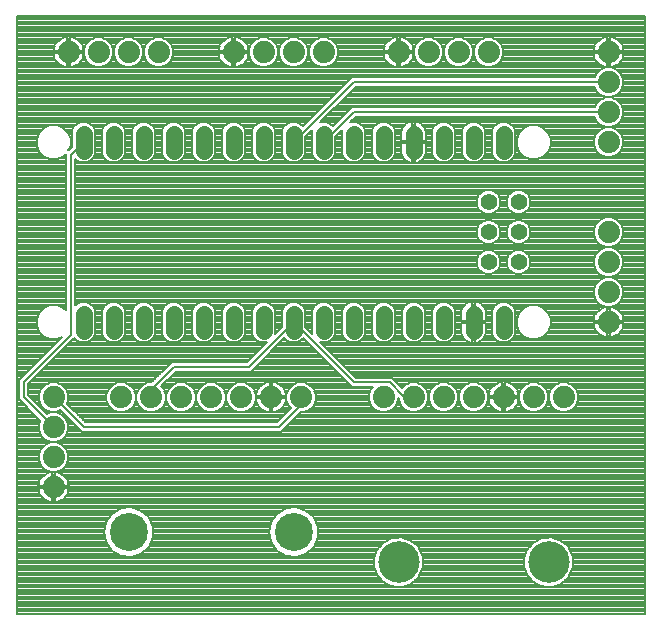
<source format=gbl>
G75*
%MOIN*%
%OFA0B0*%
%FSLAX25Y25*%
%IPPOS*%
%LPD*%
%AMOC8*
5,1,8,0,0,1.08239X$1,22.5*
%
%ADD10C,0.07400*%
%ADD11C,0.12661*%
%ADD12C,0.13843*%
%ADD13C,0.05550*%
%ADD14C,0.05550*%
%ADD15C,0.00800*%
D10*
X0058342Y0111000D03*
X0058342Y0121000D03*
X0058342Y0131000D03*
X0058342Y0141000D03*
X0080842Y0141000D03*
X0090842Y0141000D03*
X0100842Y0141000D03*
X0110842Y0141000D03*
X0120842Y0141000D03*
X0130842Y0141000D03*
X0140842Y0141000D03*
X0168342Y0141000D03*
X0178342Y0141000D03*
X0188342Y0141000D03*
X0198342Y0141000D03*
X0208342Y0141000D03*
X0218342Y0141000D03*
X0228342Y0141000D03*
X0243342Y0166000D03*
X0243342Y0176000D03*
X0243342Y0186000D03*
X0243342Y0196000D03*
X0243342Y0226000D03*
X0243342Y0236000D03*
X0243342Y0246000D03*
X0243342Y0256000D03*
X0203342Y0256000D03*
X0193342Y0256000D03*
X0183342Y0256000D03*
X0173342Y0256000D03*
X0148342Y0256000D03*
X0138342Y0256000D03*
X0128342Y0256000D03*
X0118342Y0256000D03*
X0093342Y0256000D03*
X0083342Y0256000D03*
X0073342Y0256000D03*
X0063342Y0256000D03*
D11*
X0083342Y0096000D03*
X0138342Y0096000D03*
D12*
X0173342Y0086000D03*
X0223342Y0086000D03*
D13*
X0208342Y0163225D02*
X0208342Y0168775D01*
X0198342Y0168775D02*
X0198342Y0163225D01*
X0188342Y0163225D02*
X0188342Y0168775D01*
X0178342Y0168775D02*
X0178342Y0163225D01*
X0168342Y0163225D02*
X0168342Y0168775D01*
X0158342Y0168775D02*
X0158342Y0163225D01*
X0148342Y0163225D02*
X0148342Y0168775D01*
X0138342Y0168775D02*
X0138342Y0163225D01*
X0128342Y0163225D02*
X0128342Y0168775D01*
X0118342Y0168775D02*
X0118342Y0163225D01*
X0108342Y0163225D02*
X0108342Y0168775D01*
X0098342Y0168775D02*
X0098342Y0163225D01*
X0088342Y0163225D02*
X0088342Y0168775D01*
X0078342Y0168775D02*
X0078342Y0163225D01*
X0068342Y0163225D02*
X0068342Y0168775D01*
X0068342Y0223225D02*
X0068342Y0228775D01*
X0078342Y0228775D02*
X0078342Y0223225D01*
X0088342Y0223225D02*
X0088342Y0228775D01*
X0098342Y0228775D02*
X0098342Y0223225D01*
X0108342Y0223225D02*
X0108342Y0228775D01*
X0118342Y0228775D02*
X0118342Y0223225D01*
X0128342Y0223225D02*
X0128342Y0228775D01*
X0138342Y0228775D02*
X0138342Y0223225D01*
X0148342Y0223225D02*
X0148342Y0228775D01*
X0158342Y0228775D02*
X0158342Y0223225D01*
X0168342Y0223225D02*
X0168342Y0228775D01*
X0178342Y0228775D02*
X0178342Y0223225D01*
X0188342Y0223225D02*
X0188342Y0228775D01*
X0198342Y0228775D02*
X0198342Y0223225D01*
X0208342Y0223225D02*
X0208342Y0228775D01*
D14*
X0213342Y0206000D03*
X0203342Y0206000D03*
X0203342Y0196000D03*
X0213342Y0196000D03*
X0213342Y0186000D03*
X0203342Y0186000D03*
D15*
X0046142Y0268200D02*
X0046142Y0068800D01*
X0255542Y0068800D01*
X0255542Y0268200D01*
X0046142Y0268200D01*
X0046142Y0267703D02*
X0255542Y0267703D01*
X0255542Y0266904D02*
X0046142Y0266904D01*
X0046142Y0266106D02*
X0255542Y0266106D01*
X0255542Y0265307D02*
X0046142Y0265307D01*
X0046142Y0264509D02*
X0255542Y0264509D01*
X0255542Y0263710D02*
X0046142Y0263710D01*
X0046142Y0262912D02*
X0255542Y0262912D01*
X0255542Y0262113D02*
X0046142Y0262113D01*
X0046142Y0261315D02*
X0255542Y0261315D01*
X0255542Y0260516D02*
X0245712Y0260516D01*
X0246015Y0260362D02*
X0245300Y0260726D01*
X0244536Y0260974D01*
X0243743Y0261100D01*
X0243742Y0261100D01*
X0243742Y0256400D01*
X0248442Y0256400D01*
X0248442Y0256401D01*
X0248316Y0257194D01*
X0248068Y0257958D01*
X0247704Y0258673D01*
X0247232Y0259322D01*
X0246664Y0259890D01*
X0246015Y0260362D01*
X0246837Y0259718D02*
X0255542Y0259718D01*
X0255542Y0258919D02*
X0247525Y0258919D01*
X0247985Y0258121D02*
X0255542Y0258121D01*
X0255542Y0257322D02*
X0248275Y0257322D01*
X0248422Y0256524D02*
X0255542Y0256524D01*
X0255542Y0255725D02*
X0243742Y0255725D01*
X0243742Y0255600D02*
X0243742Y0256400D01*
X0242942Y0256400D01*
X0242942Y0261100D01*
X0242940Y0261100D01*
X0242148Y0260974D01*
X0241384Y0260726D01*
X0240669Y0260362D01*
X0240019Y0259890D01*
X0239452Y0259322D01*
X0238980Y0258673D01*
X0238615Y0257958D01*
X0238367Y0257194D01*
X0238242Y0256401D01*
X0238242Y0256400D01*
X0242942Y0256400D01*
X0242942Y0255600D01*
X0243742Y0255600D01*
X0248442Y0255600D01*
X0248442Y0255599D01*
X0248316Y0254806D01*
X0248068Y0254042D01*
X0247704Y0253327D01*
X0247232Y0252678D01*
X0246664Y0252110D01*
X0246015Y0251638D01*
X0245300Y0251274D01*
X0244536Y0251026D01*
X0243743Y0250900D01*
X0243742Y0250900D01*
X0243742Y0255600D01*
X0243742Y0254927D02*
X0242942Y0254927D01*
X0242942Y0255600D02*
X0242942Y0250900D01*
X0242940Y0250900D01*
X0242148Y0251026D01*
X0241384Y0251274D01*
X0240669Y0251638D01*
X0240019Y0252110D01*
X0239452Y0252678D01*
X0238980Y0253327D01*
X0238615Y0254042D01*
X0238367Y0254806D01*
X0238242Y0255599D01*
X0238242Y0255600D01*
X0242942Y0255600D01*
X0242942Y0255725D02*
X0208242Y0255725D01*
X0208242Y0255025D02*
X0207496Y0253224D01*
X0206117Y0251846D01*
X0204316Y0251100D01*
X0202367Y0251100D01*
X0200566Y0251846D01*
X0199188Y0253224D01*
X0198442Y0255025D01*
X0198442Y0256975D01*
X0199188Y0258776D01*
X0200566Y0260154D01*
X0202367Y0260900D01*
X0204316Y0260900D01*
X0206117Y0260154D01*
X0207496Y0258776D01*
X0208242Y0256975D01*
X0208242Y0255025D01*
X0208201Y0254927D02*
X0238348Y0254927D01*
X0238588Y0254128D02*
X0207870Y0254128D01*
X0207539Y0253330D02*
X0238979Y0253330D01*
X0239598Y0252531D02*
X0206803Y0252531D01*
X0205844Y0251733D02*
X0240539Y0251733D01*
X0240566Y0250154D02*
X0239188Y0248776D01*
X0238701Y0247600D01*
X0157679Y0247600D01*
X0141408Y0231329D01*
X0140593Y0232144D01*
X0139132Y0232750D01*
X0137551Y0232750D01*
X0136090Y0232144D01*
X0134972Y0231026D01*
X0134367Y0229565D01*
X0134367Y0222435D01*
X0134972Y0220974D01*
X0136090Y0219856D01*
X0137551Y0219250D01*
X0139132Y0219250D01*
X0140593Y0219856D01*
X0141711Y0220974D01*
X0142317Y0222435D01*
X0142317Y0227712D01*
X0144506Y0229902D01*
X0144367Y0229565D01*
X0144367Y0222435D01*
X0144972Y0220974D01*
X0146090Y0219856D01*
X0147551Y0219250D01*
X0149132Y0219250D01*
X0150593Y0219856D01*
X0151711Y0220974D01*
X0152317Y0222435D01*
X0152317Y0227712D01*
X0154506Y0229902D01*
X0154367Y0229565D01*
X0154367Y0222435D01*
X0154972Y0220974D01*
X0156090Y0219856D01*
X0157551Y0219250D01*
X0159132Y0219250D01*
X0160593Y0219856D01*
X0161711Y0220974D01*
X0162317Y0222435D01*
X0162317Y0229565D01*
X0161711Y0231026D01*
X0160593Y0232144D01*
X0159132Y0232750D01*
X0157551Y0232750D01*
X0157215Y0232610D01*
X0159005Y0234400D01*
X0238701Y0234400D01*
X0239188Y0233224D01*
X0240566Y0231846D01*
X0242367Y0231100D01*
X0244316Y0231100D01*
X0246117Y0231846D01*
X0247496Y0233224D01*
X0248242Y0235025D01*
X0248242Y0236975D01*
X0247496Y0238776D01*
X0246117Y0240154D01*
X0244316Y0240900D01*
X0242367Y0240900D01*
X0240566Y0240154D01*
X0239188Y0238776D01*
X0238701Y0237600D01*
X0157679Y0237600D01*
X0156742Y0236663D01*
X0156742Y0236663D01*
X0151408Y0231329D01*
X0150593Y0232144D01*
X0149132Y0232750D01*
X0147551Y0232750D01*
X0147215Y0232610D01*
X0159005Y0244400D01*
X0238701Y0244400D01*
X0239188Y0243224D01*
X0240566Y0241846D01*
X0242367Y0241100D01*
X0244316Y0241100D01*
X0246117Y0241846D01*
X0247496Y0243224D01*
X0248242Y0245025D01*
X0248242Y0246975D01*
X0247496Y0248776D01*
X0246117Y0250154D01*
X0244316Y0250900D01*
X0242367Y0250900D01*
X0240566Y0250154D01*
X0240548Y0250136D02*
X0046142Y0250136D01*
X0046142Y0250934D02*
X0062725Y0250934D01*
X0062942Y0250934D02*
X0063742Y0250934D01*
X0063742Y0250900D02*
X0063743Y0250900D01*
X0064536Y0251026D01*
X0065300Y0251274D01*
X0066015Y0251638D01*
X0066664Y0252110D01*
X0067232Y0252678D01*
X0067704Y0253327D01*
X0068068Y0254042D01*
X0068316Y0254806D01*
X0068442Y0255599D01*
X0068442Y0255600D01*
X0063742Y0255600D01*
X0063742Y0256400D01*
X0068442Y0256400D01*
X0068442Y0256401D01*
X0068316Y0257194D01*
X0068068Y0257958D01*
X0067704Y0258673D01*
X0067232Y0259322D01*
X0066664Y0259890D01*
X0066015Y0260362D01*
X0065300Y0260726D01*
X0064536Y0260974D01*
X0063743Y0261100D01*
X0063742Y0261100D01*
X0063742Y0256400D01*
X0062942Y0256400D01*
X0062942Y0261100D01*
X0062940Y0261100D01*
X0062148Y0260974D01*
X0061384Y0260726D01*
X0060669Y0260362D01*
X0060019Y0259890D01*
X0059452Y0259322D01*
X0058980Y0258673D01*
X0058615Y0257958D01*
X0058367Y0257194D01*
X0058242Y0256401D01*
X0058242Y0256400D01*
X0062942Y0256400D01*
X0062942Y0255600D01*
X0063742Y0255600D01*
X0063742Y0250900D01*
X0063958Y0250934D02*
X0117725Y0250934D01*
X0117942Y0250934D02*
X0118742Y0250934D01*
X0118742Y0250900D02*
X0118743Y0250900D01*
X0119536Y0251026D01*
X0120300Y0251274D01*
X0121015Y0251638D01*
X0121664Y0252110D01*
X0122232Y0252678D01*
X0122704Y0253327D01*
X0123068Y0254042D01*
X0123316Y0254806D01*
X0123442Y0255599D01*
X0123442Y0255600D01*
X0118742Y0255600D01*
X0118742Y0256400D01*
X0123442Y0256400D01*
X0123442Y0256401D01*
X0123316Y0257194D01*
X0123068Y0257958D01*
X0122704Y0258673D01*
X0122232Y0259322D01*
X0121664Y0259890D01*
X0121015Y0260362D01*
X0120300Y0260726D01*
X0119536Y0260974D01*
X0118743Y0261100D01*
X0118742Y0261100D01*
X0118742Y0256400D01*
X0117942Y0256400D01*
X0117942Y0261100D01*
X0117940Y0261100D01*
X0117148Y0260974D01*
X0116384Y0260726D01*
X0115669Y0260362D01*
X0115019Y0259890D01*
X0114452Y0259322D01*
X0113980Y0258673D01*
X0113615Y0257958D01*
X0113367Y0257194D01*
X0113242Y0256401D01*
X0113242Y0256400D01*
X0117942Y0256400D01*
X0117942Y0255600D01*
X0118742Y0255600D01*
X0118742Y0250900D01*
X0118958Y0250934D02*
X0172725Y0250934D01*
X0172942Y0250934D02*
X0173742Y0250934D01*
X0173742Y0250900D02*
X0173743Y0250900D01*
X0174536Y0251026D01*
X0175300Y0251274D01*
X0176015Y0251638D01*
X0176664Y0252110D01*
X0177232Y0252678D01*
X0177704Y0253327D01*
X0178068Y0254042D01*
X0178316Y0254806D01*
X0178442Y0255599D01*
X0178442Y0255600D01*
X0173742Y0255600D01*
X0173742Y0256400D01*
X0178442Y0256400D01*
X0178442Y0256401D01*
X0178316Y0257194D01*
X0178068Y0257958D01*
X0177704Y0258673D01*
X0177232Y0259322D01*
X0176664Y0259890D01*
X0176015Y0260362D01*
X0175300Y0260726D01*
X0174536Y0260974D01*
X0173743Y0261100D01*
X0173742Y0261100D01*
X0173742Y0256400D01*
X0172942Y0256400D01*
X0172942Y0261100D01*
X0172940Y0261100D01*
X0172148Y0260974D01*
X0171384Y0260726D01*
X0170669Y0260362D01*
X0170019Y0259890D01*
X0169452Y0259322D01*
X0168980Y0258673D01*
X0168615Y0257958D01*
X0168367Y0257194D01*
X0168242Y0256401D01*
X0168242Y0256400D01*
X0172942Y0256400D01*
X0172942Y0255600D01*
X0173742Y0255600D01*
X0173742Y0250900D01*
X0173958Y0250934D02*
X0242725Y0250934D01*
X0242942Y0250934D02*
X0243742Y0250934D01*
X0243958Y0250934D02*
X0255542Y0250934D01*
X0255542Y0250136D02*
X0246136Y0250136D01*
X0246934Y0249337D02*
X0255542Y0249337D01*
X0255542Y0248539D02*
X0247594Y0248539D01*
X0247925Y0247740D02*
X0255542Y0247740D01*
X0255542Y0246941D02*
X0248242Y0246941D01*
X0248242Y0246143D02*
X0255542Y0246143D01*
X0255542Y0245344D02*
X0248242Y0245344D01*
X0248043Y0244546D02*
X0255542Y0244546D01*
X0255542Y0243747D02*
X0247712Y0243747D01*
X0247220Y0242949D02*
X0255542Y0242949D01*
X0255542Y0242150D02*
X0246422Y0242150D01*
X0244925Y0241352D02*
X0255542Y0241352D01*
X0255542Y0240553D02*
X0245153Y0240553D01*
X0246517Y0239755D02*
X0255542Y0239755D01*
X0255542Y0238956D02*
X0247315Y0238956D01*
X0247752Y0238158D02*
X0255542Y0238158D01*
X0255542Y0237359D02*
X0248082Y0237359D01*
X0248242Y0236561D02*
X0255542Y0236561D01*
X0255542Y0235762D02*
X0248242Y0235762D01*
X0248216Y0234964D02*
X0255542Y0234964D01*
X0255542Y0234165D02*
X0247886Y0234165D01*
X0247555Y0233367D02*
X0255542Y0233367D01*
X0255542Y0232568D02*
X0246840Y0232568D01*
X0245933Y0231770D02*
X0255542Y0231770D01*
X0255542Y0230971D02*
X0221104Y0230971D01*
X0221542Y0230790D02*
X0219466Y0231650D01*
X0217218Y0231650D01*
X0215141Y0230790D01*
X0213552Y0229200D01*
X0212692Y0227124D01*
X0212692Y0224876D01*
X0213552Y0222800D01*
X0215141Y0221210D01*
X0217218Y0220350D01*
X0219466Y0220350D01*
X0221542Y0221210D01*
X0223132Y0222800D01*
X0223992Y0224876D01*
X0223992Y0227124D01*
X0223132Y0229200D01*
X0221542Y0230790D01*
X0222159Y0230173D02*
X0240611Y0230173D01*
X0240566Y0230154D02*
X0239188Y0228776D01*
X0238442Y0226975D01*
X0238442Y0225025D01*
X0239188Y0223224D01*
X0240566Y0221846D01*
X0242367Y0221100D01*
X0244316Y0221100D01*
X0246117Y0221846D01*
X0247496Y0223224D01*
X0248242Y0225025D01*
X0248242Y0226975D01*
X0247496Y0228776D01*
X0246117Y0230154D01*
X0244316Y0230900D01*
X0242367Y0230900D01*
X0240566Y0230154D01*
X0239786Y0229374D02*
X0222958Y0229374D01*
X0223390Y0228576D02*
X0239105Y0228576D01*
X0238774Y0227777D02*
X0223721Y0227777D01*
X0223992Y0226979D02*
X0238443Y0226979D01*
X0238442Y0226180D02*
X0223992Y0226180D01*
X0223992Y0225382D02*
X0238442Y0225382D01*
X0238625Y0224583D02*
X0223870Y0224583D01*
X0223540Y0223785D02*
X0238956Y0223785D01*
X0239426Y0222986D02*
X0223209Y0222986D01*
X0222520Y0222188D02*
X0240225Y0222188D01*
X0241669Y0221389D02*
X0221721Y0221389D01*
X0220047Y0220591D02*
X0255542Y0220591D01*
X0255542Y0221389D02*
X0245014Y0221389D01*
X0246459Y0222188D02*
X0255542Y0222188D01*
X0255542Y0222986D02*
X0247258Y0222986D01*
X0247728Y0223785D02*
X0255542Y0223785D01*
X0255542Y0224583D02*
X0248059Y0224583D01*
X0248242Y0225382D02*
X0255542Y0225382D01*
X0255542Y0226180D02*
X0248242Y0226180D01*
X0248240Y0226979D02*
X0255542Y0226979D01*
X0255542Y0227777D02*
X0247909Y0227777D01*
X0247579Y0228576D02*
X0255542Y0228576D01*
X0255542Y0229374D02*
X0246897Y0229374D01*
X0246072Y0230173D02*
X0255542Y0230173D01*
X0255542Y0219792D02*
X0210440Y0219792D01*
X0210593Y0219856D02*
X0211711Y0220974D01*
X0212317Y0222435D01*
X0212317Y0229565D01*
X0211711Y0231026D01*
X0210593Y0232144D01*
X0209132Y0232750D01*
X0207551Y0232750D01*
X0206090Y0232144D01*
X0204972Y0231026D01*
X0204367Y0229565D01*
X0204367Y0222435D01*
X0204972Y0220974D01*
X0206090Y0219856D01*
X0207551Y0219250D01*
X0209132Y0219250D01*
X0210593Y0219856D01*
X0211328Y0220591D02*
X0216637Y0220591D01*
X0214962Y0221389D02*
X0211884Y0221389D01*
X0212214Y0222188D02*
X0214164Y0222188D01*
X0213475Y0222986D02*
X0212317Y0222986D01*
X0212317Y0223785D02*
X0213144Y0223785D01*
X0212813Y0224583D02*
X0212317Y0224583D01*
X0212317Y0225382D02*
X0212692Y0225382D01*
X0212692Y0226180D02*
X0212317Y0226180D01*
X0212317Y0226979D02*
X0212692Y0226979D01*
X0212962Y0227777D02*
X0212317Y0227777D01*
X0212317Y0228576D02*
X0213293Y0228576D01*
X0213726Y0229374D02*
X0212317Y0229374D01*
X0212065Y0230173D02*
X0214524Y0230173D01*
X0215579Y0230971D02*
X0211734Y0230971D01*
X0210968Y0231770D02*
X0240750Y0231770D01*
X0239844Y0232568D02*
X0209570Y0232568D01*
X0207113Y0232568D02*
X0199570Y0232568D01*
X0199132Y0232750D02*
X0197551Y0232750D01*
X0196090Y0232144D01*
X0194972Y0231026D01*
X0194367Y0229565D01*
X0194367Y0222435D01*
X0194972Y0220974D01*
X0196090Y0219856D01*
X0197551Y0219250D01*
X0199132Y0219250D01*
X0200593Y0219856D01*
X0201711Y0220974D01*
X0202317Y0222435D01*
X0202317Y0229565D01*
X0201711Y0231026D01*
X0200593Y0232144D01*
X0199132Y0232750D01*
X0197113Y0232568D02*
X0189570Y0232568D01*
X0189132Y0232750D02*
X0187551Y0232750D01*
X0186090Y0232144D01*
X0184972Y0231026D01*
X0184367Y0229565D01*
X0184367Y0222435D01*
X0184972Y0220974D01*
X0186090Y0219856D01*
X0187551Y0219250D01*
X0189132Y0219250D01*
X0190593Y0219856D01*
X0191711Y0220974D01*
X0192317Y0222435D01*
X0192317Y0229565D01*
X0191711Y0231026D01*
X0190593Y0232144D01*
X0189132Y0232750D01*
X0187113Y0232568D02*
X0180092Y0232568D01*
X0179944Y0232644D02*
X0179319Y0232847D01*
X0178729Y0232940D01*
X0178729Y0226387D01*
X0182517Y0226387D01*
X0182517Y0229103D01*
X0182414Y0229752D01*
X0182211Y0230377D01*
X0181912Y0230963D01*
X0181526Y0231495D01*
X0181062Y0231959D01*
X0180530Y0232345D01*
X0179944Y0232644D01*
X0178729Y0232568D02*
X0177954Y0232568D01*
X0177954Y0232940D02*
X0177364Y0232847D01*
X0176739Y0232644D01*
X0176154Y0232345D01*
X0175622Y0231959D01*
X0175157Y0231495D01*
X0174771Y0230963D01*
X0174473Y0230377D01*
X0174270Y0229752D01*
X0174167Y0229103D01*
X0174167Y0226387D01*
X0177954Y0226387D01*
X0177954Y0225613D01*
X0174167Y0225613D01*
X0174167Y0222897D01*
X0174270Y0222248D01*
X0174473Y0221623D01*
X0174771Y0221037D01*
X0175157Y0220505D01*
X0175622Y0220041D01*
X0176154Y0219655D01*
X0176739Y0219356D01*
X0177364Y0219153D01*
X0177954Y0219060D01*
X0177954Y0225613D01*
X0178729Y0225613D01*
X0178729Y0226387D01*
X0177954Y0226387D01*
X0177954Y0232940D01*
X0177954Y0231770D02*
X0178729Y0231770D01*
X0178729Y0230971D02*
X0177954Y0230971D01*
X0177954Y0230173D02*
X0178729Y0230173D01*
X0178729Y0229374D02*
X0177954Y0229374D01*
X0177954Y0228576D02*
X0178729Y0228576D01*
X0178729Y0227777D02*
X0177954Y0227777D01*
X0177954Y0226979D02*
X0178729Y0226979D01*
X0178729Y0226180D02*
X0184367Y0226180D01*
X0184367Y0225382D02*
X0182517Y0225382D01*
X0182517Y0225613D02*
X0178729Y0225613D01*
X0178729Y0219060D01*
X0179319Y0219153D01*
X0179944Y0219356D01*
X0180530Y0219655D01*
X0181062Y0220041D01*
X0181526Y0220505D01*
X0181912Y0221037D01*
X0182211Y0221623D01*
X0182414Y0222248D01*
X0182517Y0222897D01*
X0182517Y0225613D01*
X0182517Y0224583D02*
X0184367Y0224583D01*
X0184367Y0223785D02*
X0182517Y0223785D01*
X0182517Y0222986D02*
X0184367Y0222986D01*
X0184469Y0222188D02*
X0182394Y0222188D01*
X0182092Y0221389D02*
X0184800Y0221389D01*
X0185355Y0220591D02*
X0181588Y0220591D01*
X0180719Y0219792D02*
X0186243Y0219792D01*
X0190440Y0219792D02*
X0196243Y0219792D01*
X0195355Y0220591D02*
X0191328Y0220591D01*
X0191884Y0221389D02*
X0194800Y0221389D01*
X0194469Y0222188D02*
X0192214Y0222188D01*
X0192317Y0222986D02*
X0194367Y0222986D01*
X0194367Y0223785D02*
X0192317Y0223785D01*
X0192317Y0224583D02*
X0194367Y0224583D01*
X0194367Y0225382D02*
X0192317Y0225382D01*
X0192317Y0226180D02*
X0194367Y0226180D01*
X0194367Y0226979D02*
X0192317Y0226979D01*
X0192317Y0227777D02*
X0194367Y0227777D01*
X0194367Y0228576D02*
X0192317Y0228576D01*
X0192317Y0229374D02*
X0194367Y0229374D01*
X0194619Y0230173D02*
X0192065Y0230173D01*
X0191734Y0230971D02*
X0194949Y0230971D01*
X0195716Y0231770D02*
X0190968Y0231770D01*
X0185716Y0231770D02*
X0181251Y0231770D01*
X0181906Y0230971D02*
X0184949Y0230971D01*
X0184619Y0230173D02*
X0182277Y0230173D01*
X0182474Y0229374D02*
X0184367Y0229374D01*
X0184367Y0228576D02*
X0182517Y0228576D01*
X0182517Y0227777D02*
X0184367Y0227777D01*
X0184367Y0226979D02*
X0182517Y0226979D01*
X0178729Y0225382D02*
X0177954Y0225382D01*
X0177954Y0226180D02*
X0172317Y0226180D01*
X0172317Y0225382D02*
X0174167Y0225382D01*
X0174167Y0224583D02*
X0172317Y0224583D01*
X0172317Y0223785D02*
X0174167Y0223785D01*
X0174167Y0222986D02*
X0172317Y0222986D01*
X0172317Y0222435D02*
X0172317Y0229565D01*
X0171711Y0231026D01*
X0170593Y0232144D01*
X0169132Y0232750D01*
X0167551Y0232750D01*
X0166090Y0232144D01*
X0164972Y0231026D01*
X0164367Y0229565D01*
X0164367Y0222435D01*
X0164972Y0220974D01*
X0166090Y0219856D01*
X0167551Y0219250D01*
X0169132Y0219250D01*
X0170593Y0219856D01*
X0171711Y0220974D01*
X0172317Y0222435D01*
X0172214Y0222188D02*
X0174289Y0222188D01*
X0174592Y0221389D02*
X0171884Y0221389D01*
X0171328Y0220591D02*
X0175096Y0220591D01*
X0175964Y0219792D02*
X0170440Y0219792D01*
X0166243Y0219792D02*
X0160440Y0219792D01*
X0161328Y0220591D02*
X0165355Y0220591D01*
X0164800Y0221389D02*
X0161884Y0221389D01*
X0162214Y0222188D02*
X0164469Y0222188D01*
X0164367Y0222986D02*
X0162317Y0222986D01*
X0162317Y0223785D02*
X0164367Y0223785D01*
X0164367Y0224583D02*
X0162317Y0224583D01*
X0162317Y0225382D02*
X0164367Y0225382D01*
X0164367Y0226180D02*
X0162317Y0226180D01*
X0162317Y0226979D02*
X0164367Y0226979D01*
X0164367Y0227777D02*
X0162317Y0227777D01*
X0162317Y0228576D02*
X0164367Y0228576D01*
X0164367Y0229374D02*
X0162317Y0229374D01*
X0162065Y0230173D02*
X0164619Y0230173D01*
X0164949Y0230971D02*
X0161734Y0230971D01*
X0160968Y0231770D02*
X0165716Y0231770D01*
X0167113Y0232568D02*
X0159570Y0232568D01*
X0158770Y0234165D02*
X0238798Y0234165D01*
X0239129Y0233367D02*
X0157971Y0233367D01*
X0158342Y0236000D02*
X0148342Y0226000D01*
X0152317Y0226180D02*
X0154367Y0226180D01*
X0154367Y0225382D02*
X0152317Y0225382D01*
X0152317Y0224583D02*
X0154367Y0224583D01*
X0154367Y0223785D02*
X0152317Y0223785D01*
X0152317Y0222986D02*
X0154367Y0222986D01*
X0154469Y0222188D02*
X0152214Y0222188D01*
X0151884Y0221389D02*
X0154800Y0221389D01*
X0155355Y0220591D02*
X0151328Y0220591D01*
X0150440Y0219792D02*
X0156243Y0219792D01*
X0154367Y0226979D02*
X0152317Y0226979D01*
X0152382Y0227777D02*
X0154367Y0227777D01*
X0154367Y0228576D02*
X0153180Y0228576D01*
X0153979Y0229374D02*
X0154367Y0229374D01*
X0151849Y0231770D02*
X0150968Y0231770D01*
X0149570Y0232568D02*
X0152647Y0232568D01*
X0153446Y0233367D02*
X0147971Y0233367D01*
X0148770Y0234165D02*
X0154244Y0234165D01*
X0155043Y0234964D02*
X0149568Y0234964D01*
X0150367Y0235762D02*
X0155841Y0235762D01*
X0156640Y0236561D02*
X0151165Y0236561D01*
X0151964Y0237359D02*
X0157438Y0237359D01*
X0158342Y0236000D02*
X0243342Y0236000D01*
X0241530Y0240553D02*
X0155158Y0240553D01*
X0154359Y0239755D02*
X0240167Y0239755D01*
X0239369Y0238956D02*
X0153561Y0238956D01*
X0152762Y0238158D02*
X0238932Y0238158D01*
X0240262Y0242150D02*
X0156755Y0242150D01*
X0155956Y0241352D02*
X0241759Y0241352D01*
X0239463Y0242949D02*
X0157553Y0242949D01*
X0158352Y0243747D02*
X0238971Y0243747D01*
X0243342Y0246000D02*
X0158342Y0246000D01*
X0138342Y0226000D01*
X0142317Y0226180D02*
X0144367Y0226180D01*
X0144367Y0225382D02*
X0142317Y0225382D01*
X0142317Y0224583D02*
X0144367Y0224583D01*
X0144367Y0223785D02*
X0142317Y0223785D01*
X0142317Y0222986D02*
X0144367Y0222986D01*
X0144469Y0222188D02*
X0142214Y0222188D01*
X0141884Y0221389D02*
X0144800Y0221389D01*
X0145355Y0220591D02*
X0141328Y0220591D01*
X0140440Y0219792D02*
X0146243Y0219792D01*
X0144367Y0226979D02*
X0142317Y0226979D01*
X0142382Y0227777D02*
X0144367Y0227777D01*
X0144367Y0228576D02*
X0143180Y0228576D01*
X0143979Y0229374D02*
X0144367Y0229374D01*
X0141849Y0231770D02*
X0140968Y0231770D01*
X0139570Y0232568D02*
X0142647Y0232568D01*
X0143446Y0233367D02*
X0046142Y0233367D01*
X0046142Y0234165D02*
X0144244Y0234165D01*
X0145043Y0234964D02*
X0046142Y0234964D01*
X0046142Y0235762D02*
X0145841Y0235762D01*
X0146640Y0236561D02*
X0046142Y0236561D01*
X0046142Y0237359D02*
X0147438Y0237359D01*
X0148237Y0238158D02*
X0046142Y0238158D01*
X0046142Y0238956D02*
X0149035Y0238956D01*
X0149834Y0239755D02*
X0046142Y0239755D01*
X0046142Y0240553D02*
X0150632Y0240553D01*
X0151431Y0241352D02*
X0046142Y0241352D01*
X0046142Y0242150D02*
X0152230Y0242150D01*
X0153028Y0242949D02*
X0046142Y0242949D01*
X0046142Y0243747D02*
X0153827Y0243747D01*
X0154625Y0244546D02*
X0046142Y0244546D01*
X0046142Y0245344D02*
X0155424Y0245344D01*
X0156222Y0246143D02*
X0046142Y0246143D01*
X0046142Y0246941D02*
X0157021Y0246941D01*
X0151803Y0252531D02*
X0169598Y0252531D01*
X0169452Y0252678D02*
X0170019Y0252110D01*
X0170669Y0251638D01*
X0171384Y0251274D01*
X0172148Y0251026D01*
X0172940Y0250900D01*
X0172942Y0250900D01*
X0172942Y0255600D01*
X0168242Y0255600D01*
X0168242Y0255599D01*
X0168367Y0254806D01*
X0168615Y0254042D01*
X0168980Y0253327D01*
X0169452Y0252678D01*
X0168979Y0253330D02*
X0152539Y0253330D01*
X0152496Y0253224D02*
X0153242Y0255025D01*
X0153242Y0256975D01*
X0152496Y0258776D01*
X0151117Y0260154D01*
X0149316Y0260900D01*
X0147367Y0260900D01*
X0145566Y0260154D01*
X0144188Y0258776D01*
X0143442Y0256975D01*
X0143442Y0255025D01*
X0144188Y0253224D01*
X0145566Y0251846D01*
X0147367Y0251100D01*
X0149316Y0251100D01*
X0151117Y0251846D01*
X0152496Y0253224D01*
X0152870Y0254128D02*
X0168588Y0254128D01*
X0168348Y0254927D02*
X0153201Y0254927D01*
X0153242Y0255725D02*
X0172942Y0255725D01*
X0172942Y0254927D02*
X0173742Y0254927D01*
X0173742Y0255725D02*
X0178442Y0255725D01*
X0178442Y0255025D02*
X0179188Y0253224D01*
X0180566Y0251846D01*
X0182367Y0251100D01*
X0184316Y0251100D01*
X0186117Y0251846D01*
X0187496Y0253224D01*
X0188242Y0255025D01*
X0188242Y0256975D01*
X0187496Y0258776D01*
X0186117Y0260154D01*
X0184316Y0260900D01*
X0182367Y0260900D01*
X0180566Y0260154D01*
X0179188Y0258776D01*
X0178442Y0256975D01*
X0178442Y0255025D01*
X0178483Y0254927D02*
X0178335Y0254927D01*
X0178096Y0254128D02*
X0178813Y0254128D01*
X0179144Y0253330D02*
X0177705Y0253330D01*
X0177085Y0252531D02*
X0179881Y0252531D01*
X0180840Y0251733D02*
X0176145Y0251733D01*
X0173742Y0251733D02*
X0172942Y0251733D01*
X0172942Y0252531D02*
X0173742Y0252531D01*
X0173742Y0253330D02*
X0172942Y0253330D01*
X0172942Y0254128D02*
X0173742Y0254128D01*
X0173742Y0256524D02*
X0172942Y0256524D01*
X0172942Y0257322D02*
X0173742Y0257322D01*
X0173742Y0258121D02*
X0172942Y0258121D01*
X0172942Y0258919D02*
X0173742Y0258919D01*
X0173742Y0259718D02*
X0172942Y0259718D01*
X0172942Y0260516D02*
X0173742Y0260516D01*
X0175712Y0260516D02*
X0181441Y0260516D01*
X0180130Y0259718D02*
X0176837Y0259718D01*
X0177525Y0258919D02*
X0179331Y0258919D01*
X0178916Y0258121D02*
X0177985Y0258121D01*
X0178275Y0257322D02*
X0178586Y0257322D01*
X0178442Y0256524D02*
X0178422Y0256524D01*
X0185844Y0251733D02*
X0190840Y0251733D01*
X0190566Y0251846D02*
X0192367Y0251100D01*
X0194316Y0251100D01*
X0196117Y0251846D01*
X0197496Y0253224D01*
X0198242Y0255025D01*
X0198242Y0256975D01*
X0197496Y0258776D01*
X0196117Y0260154D01*
X0194316Y0260900D01*
X0192367Y0260900D01*
X0190566Y0260154D01*
X0189188Y0258776D01*
X0188442Y0256975D01*
X0188442Y0255025D01*
X0189188Y0253224D01*
X0190566Y0251846D01*
X0189881Y0252531D02*
X0186803Y0252531D01*
X0187539Y0253330D02*
X0189144Y0253330D01*
X0188813Y0254128D02*
X0187870Y0254128D01*
X0188201Y0254927D02*
X0188483Y0254927D01*
X0188442Y0255725D02*
X0188242Y0255725D01*
X0188242Y0256524D02*
X0188442Y0256524D01*
X0188586Y0257322D02*
X0188098Y0257322D01*
X0187767Y0258121D02*
X0188916Y0258121D01*
X0189331Y0258919D02*
X0187352Y0258919D01*
X0186554Y0259718D02*
X0190130Y0259718D01*
X0191441Y0260516D02*
X0185243Y0260516D01*
X0195243Y0260516D02*
X0201441Y0260516D01*
X0200130Y0259718D02*
X0196554Y0259718D01*
X0197352Y0258919D02*
X0199331Y0258919D01*
X0198916Y0258121D02*
X0197767Y0258121D01*
X0198098Y0257322D02*
X0198586Y0257322D01*
X0198442Y0256524D02*
X0198242Y0256524D01*
X0198242Y0255725D02*
X0198442Y0255725D01*
X0198483Y0254927D02*
X0198201Y0254927D01*
X0197870Y0254128D02*
X0198813Y0254128D01*
X0199144Y0253330D02*
X0197539Y0253330D01*
X0196803Y0252531D02*
X0199881Y0252531D01*
X0200840Y0251733D02*
X0195844Y0251733D01*
X0206554Y0259718D02*
X0239847Y0259718D01*
X0239159Y0258919D02*
X0207352Y0258919D01*
X0207767Y0258121D02*
X0238698Y0258121D01*
X0238409Y0257322D02*
X0208098Y0257322D01*
X0208242Y0256524D02*
X0238261Y0256524D01*
X0242942Y0256524D02*
X0243742Y0256524D01*
X0243742Y0257322D02*
X0242942Y0257322D01*
X0242942Y0258121D02*
X0243742Y0258121D01*
X0243742Y0258919D02*
X0242942Y0258919D01*
X0242942Y0259718D02*
X0243742Y0259718D01*
X0243742Y0260516D02*
X0242942Y0260516D01*
X0240972Y0260516D02*
X0205243Y0260516D01*
X0170972Y0260516D02*
X0150243Y0260516D01*
X0151554Y0259718D02*
X0169847Y0259718D01*
X0169159Y0258919D02*
X0152352Y0258919D01*
X0152767Y0258121D02*
X0168698Y0258121D01*
X0168409Y0257322D02*
X0153098Y0257322D01*
X0153242Y0256524D02*
X0168261Y0256524D01*
X0170539Y0251733D02*
X0150844Y0251733D01*
X0145840Y0251733D02*
X0140844Y0251733D01*
X0141117Y0251846D02*
X0142496Y0253224D01*
X0143242Y0255025D01*
X0143242Y0256975D01*
X0142496Y0258776D01*
X0141117Y0260154D01*
X0139316Y0260900D01*
X0137367Y0260900D01*
X0135566Y0260154D01*
X0134188Y0258776D01*
X0133442Y0256975D01*
X0133442Y0255025D01*
X0134188Y0253224D01*
X0135566Y0251846D01*
X0137367Y0251100D01*
X0139316Y0251100D01*
X0141117Y0251846D01*
X0141803Y0252531D02*
X0144881Y0252531D01*
X0144144Y0253330D02*
X0142539Y0253330D01*
X0142870Y0254128D02*
X0143813Y0254128D01*
X0143483Y0254927D02*
X0143201Y0254927D01*
X0143242Y0255725D02*
X0143442Y0255725D01*
X0143442Y0256524D02*
X0143242Y0256524D01*
X0143098Y0257322D02*
X0143586Y0257322D01*
X0143916Y0258121D02*
X0142767Y0258121D01*
X0142352Y0258919D02*
X0144331Y0258919D01*
X0145130Y0259718D02*
X0141554Y0259718D01*
X0140243Y0260516D02*
X0146441Y0260516D01*
X0136441Y0260516D02*
X0130243Y0260516D01*
X0131117Y0260154D02*
X0129316Y0260900D01*
X0127367Y0260900D01*
X0125566Y0260154D01*
X0124188Y0258776D01*
X0123442Y0256975D01*
X0123442Y0255025D01*
X0124188Y0253224D01*
X0125566Y0251846D01*
X0127367Y0251100D01*
X0129316Y0251100D01*
X0131117Y0251846D01*
X0132496Y0253224D01*
X0133242Y0255025D01*
X0133242Y0256975D01*
X0132496Y0258776D01*
X0131117Y0260154D01*
X0131554Y0259718D02*
X0135130Y0259718D01*
X0134331Y0258919D02*
X0132352Y0258919D01*
X0132767Y0258121D02*
X0133916Y0258121D01*
X0133586Y0257322D02*
X0133098Y0257322D01*
X0133242Y0256524D02*
X0133442Y0256524D01*
X0133442Y0255725D02*
X0133242Y0255725D01*
X0133201Y0254927D02*
X0133483Y0254927D01*
X0133813Y0254128D02*
X0132870Y0254128D01*
X0132539Y0253330D02*
X0134144Y0253330D01*
X0134881Y0252531D02*
X0131803Y0252531D01*
X0130844Y0251733D02*
X0135840Y0251733D01*
X0125840Y0251733D02*
X0121145Y0251733D01*
X0122085Y0252531D02*
X0124881Y0252531D01*
X0124144Y0253330D02*
X0122705Y0253330D01*
X0123096Y0254128D02*
X0123813Y0254128D01*
X0123483Y0254927D02*
X0123335Y0254927D01*
X0123442Y0255725D02*
X0118742Y0255725D01*
X0118742Y0254927D02*
X0117942Y0254927D01*
X0117942Y0255600D02*
X0117942Y0250900D01*
X0117940Y0250900D01*
X0117148Y0251026D01*
X0116384Y0251274D01*
X0115669Y0251638D01*
X0115019Y0252110D01*
X0114452Y0252678D01*
X0113980Y0253327D01*
X0113615Y0254042D01*
X0113367Y0254806D01*
X0113242Y0255599D01*
X0113242Y0255600D01*
X0117942Y0255600D01*
X0117942Y0255725D02*
X0098242Y0255725D01*
X0098242Y0255025D02*
X0097496Y0253224D01*
X0096117Y0251846D01*
X0094316Y0251100D01*
X0092367Y0251100D01*
X0090566Y0251846D01*
X0089188Y0253224D01*
X0088442Y0255025D01*
X0088442Y0256975D01*
X0089188Y0258776D01*
X0090566Y0260154D01*
X0092367Y0260900D01*
X0094316Y0260900D01*
X0096117Y0260154D01*
X0097496Y0258776D01*
X0098242Y0256975D01*
X0098242Y0255025D01*
X0098201Y0254927D02*
X0113348Y0254927D01*
X0113588Y0254128D02*
X0097870Y0254128D01*
X0097539Y0253330D02*
X0113979Y0253330D01*
X0114598Y0252531D02*
X0096803Y0252531D01*
X0095844Y0251733D02*
X0115539Y0251733D01*
X0117942Y0251733D02*
X0118742Y0251733D01*
X0118742Y0252531D02*
X0117942Y0252531D01*
X0117942Y0253330D02*
X0118742Y0253330D01*
X0118742Y0254128D02*
X0117942Y0254128D01*
X0117942Y0256524D02*
X0118742Y0256524D01*
X0118742Y0257322D02*
X0117942Y0257322D01*
X0117942Y0258121D02*
X0118742Y0258121D01*
X0118742Y0258919D02*
X0117942Y0258919D01*
X0117942Y0259718D02*
X0118742Y0259718D01*
X0118742Y0260516D02*
X0117942Y0260516D01*
X0115972Y0260516D02*
X0095243Y0260516D01*
X0096554Y0259718D02*
X0114847Y0259718D01*
X0114159Y0258919D02*
X0097352Y0258919D01*
X0097767Y0258121D02*
X0113698Y0258121D01*
X0113409Y0257322D02*
X0098098Y0257322D01*
X0098242Y0256524D02*
X0113261Y0256524D01*
X0120712Y0260516D02*
X0126441Y0260516D01*
X0125130Y0259718D02*
X0121837Y0259718D01*
X0122525Y0258919D02*
X0124331Y0258919D01*
X0123916Y0258121D02*
X0122985Y0258121D01*
X0123275Y0257322D02*
X0123586Y0257322D01*
X0123442Y0256524D02*
X0123422Y0256524D01*
X0127551Y0232750D02*
X0126090Y0232144D01*
X0124972Y0231026D01*
X0124367Y0229565D01*
X0124367Y0222435D01*
X0124972Y0220974D01*
X0126090Y0219856D01*
X0127551Y0219250D01*
X0129132Y0219250D01*
X0130593Y0219856D01*
X0131711Y0220974D01*
X0132317Y0222435D01*
X0132317Y0229565D01*
X0131711Y0231026D01*
X0130593Y0232144D01*
X0129132Y0232750D01*
X0127551Y0232750D01*
X0127113Y0232568D02*
X0119570Y0232568D01*
X0119132Y0232750D02*
X0117551Y0232750D01*
X0116090Y0232144D01*
X0114972Y0231026D01*
X0114367Y0229565D01*
X0114367Y0222435D01*
X0114972Y0220974D01*
X0116090Y0219856D01*
X0117551Y0219250D01*
X0119132Y0219250D01*
X0120593Y0219856D01*
X0121711Y0220974D01*
X0122317Y0222435D01*
X0122317Y0229565D01*
X0121711Y0231026D01*
X0120593Y0232144D01*
X0119132Y0232750D01*
X0117113Y0232568D02*
X0109570Y0232568D01*
X0109132Y0232750D02*
X0107551Y0232750D01*
X0106090Y0232144D01*
X0104972Y0231026D01*
X0104367Y0229565D01*
X0104367Y0222435D01*
X0104972Y0220974D01*
X0106090Y0219856D01*
X0107551Y0219250D01*
X0109132Y0219250D01*
X0110593Y0219856D01*
X0111711Y0220974D01*
X0112317Y0222435D01*
X0112317Y0229565D01*
X0111711Y0231026D01*
X0110593Y0232144D01*
X0109132Y0232750D01*
X0107113Y0232568D02*
X0099570Y0232568D01*
X0099132Y0232750D02*
X0097551Y0232750D01*
X0096090Y0232144D01*
X0094972Y0231026D01*
X0094367Y0229565D01*
X0094367Y0222435D01*
X0094972Y0220974D01*
X0096090Y0219856D01*
X0097551Y0219250D01*
X0099132Y0219250D01*
X0100593Y0219856D01*
X0101711Y0220974D01*
X0102317Y0222435D01*
X0102317Y0229565D01*
X0101711Y0231026D01*
X0100593Y0232144D01*
X0099132Y0232750D01*
X0097113Y0232568D02*
X0089570Y0232568D01*
X0089132Y0232750D02*
X0087551Y0232750D01*
X0086090Y0232144D01*
X0084972Y0231026D01*
X0084367Y0229565D01*
X0084367Y0222435D01*
X0084972Y0220974D01*
X0086090Y0219856D01*
X0087551Y0219250D01*
X0089132Y0219250D01*
X0090593Y0219856D01*
X0091711Y0220974D01*
X0092317Y0222435D01*
X0092317Y0229565D01*
X0091711Y0231026D01*
X0090593Y0232144D01*
X0089132Y0232750D01*
X0087113Y0232568D02*
X0079570Y0232568D01*
X0079132Y0232750D02*
X0077551Y0232750D01*
X0076090Y0232144D01*
X0074972Y0231026D01*
X0074367Y0229565D01*
X0074367Y0222435D01*
X0074972Y0220974D01*
X0076090Y0219856D01*
X0077551Y0219250D01*
X0079132Y0219250D01*
X0080593Y0219856D01*
X0081711Y0220974D01*
X0082317Y0222435D01*
X0082317Y0229565D01*
X0081711Y0231026D01*
X0080593Y0232144D01*
X0079132Y0232750D01*
X0077113Y0232568D02*
X0069570Y0232568D01*
X0069132Y0232750D02*
X0067551Y0232750D01*
X0066090Y0232144D01*
X0064972Y0231026D01*
X0064367Y0229565D01*
X0064367Y0224288D01*
X0063329Y0223250D01*
X0063311Y0223231D01*
X0063992Y0224876D01*
X0063992Y0227124D01*
X0063132Y0229200D01*
X0061542Y0230790D01*
X0059466Y0231650D01*
X0057218Y0231650D01*
X0055141Y0230790D01*
X0053552Y0229200D01*
X0052692Y0227124D01*
X0052692Y0224876D01*
X0053552Y0222800D01*
X0055141Y0221210D01*
X0057218Y0220350D01*
X0059466Y0220350D01*
X0061542Y0221210D01*
X0062392Y0222060D01*
X0062392Y0169940D01*
X0061542Y0170790D01*
X0059466Y0171650D01*
X0057218Y0171650D01*
X0055141Y0170790D01*
X0053552Y0169200D01*
X0052692Y0167124D01*
X0052692Y0164876D01*
X0053552Y0162800D01*
X0055141Y0161210D01*
X0057218Y0160350D01*
X0059466Y0160350D01*
X0061110Y0161031D01*
X0047679Y0147600D01*
X0046742Y0146663D01*
X0046742Y0140337D01*
X0053929Y0133150D01*
X0053442Y0131975D01*
X0053442Y0130025D01*
X0054188Y0128224D01*
X0055566Y0126846D01*
X0057367Y0126100D01*
X0059316Y0126100D01*
X0061117Y0126846D01*
X0062496Y0128224D01*
X0063242Y0130025D01*
X0063242Y0131975D01*
X0062496Y0133776D01*
X0061117Y0135154D01*
X0059316Y0135900D01*
X0057367Y0135900D01*
X0056191Y0135413D01*
X0049942Y0141663D01*
X0049942Y0145337D01*
X0065275Y0160671D01*
X0066090Y0159856D01*
X0067551Y0159250D01*
X0069132Y0159250D01*
X0070593Y0159856D01*
X0071711Y0160974D01*
X0072317Y0162435D01*
X0072317Y0169565D01*
X0071711Y0171026D01*
X0070593Y0172144D01*
X0069132Y0172750D01*
X0067551Y0172750D01*
X0066090Y0172144D01*
X0065592Y0171646D01*
X0065592Y0220354D01*
X0066090Y0219856D01*
X0067551Y0219250D01*
X0069132Y0219250D01*
X0070593Y0219856D01*
X0071711Y0220974D01*
X0072317Y0222435D01*
X0072317Y0229565D01*
X0071711Y0231026D01*
X0070593Y0232144D01*
X0069132Y0232750D01*
X0067113Y0232568D02*
X0046142Y0232568D01*
X0046142Y0231770D02*
X0065716Y0231770D01*
X0064949Y0230971D02*
X0061104Y0230971D01*
X0062159Y0230173D02*
X0064619Y0230173D01*
X0064367Y0229374D02*
X0062958Y0229374D01*
X0063390Y0228576D02*
X0064367Y0228576D01*
X0064367Y0227777D02*
X0063721Y0227777D01*
X0063992Y0226979D02*
X0064367Y0226979D01*
X0064367Y0226180D02*
X0063992Y0226180D01*
X0063992Y0225382D02*
X0064367Y0225382D01*
X0064367Y0224583D02*
X0063870Y0224583D01*
X0063864Y0223785D02*
X0063540Y0223785D01*
X0063329Y0223250D02*
X0063329Y0223250D01*
X0063992Y0221650D02*
X0063992Y0166000D01*
X0063992Y0161650D01*
X0048342Y0146000D01*
X0048342Y0141000D01*
X0058342Y0131000D01*
X0062919Y0132754D02*
X0064325Y0132754D01*
X0065123Y0131956D02*
X0063242Y0131956D01*
X0063242Y0131157D02*
X0065922Y0131157D01*
X0066720Y0130359D02*
X0063242Y0130359D01*
X0063049Y0129560D02*
X0067519Y0129560D01*
X0067679Y0129400D02*
X0134005Y0129400D01*
X0140705Y0136100D01*
X0141816Y0136100D01*
X0143617Y0136846D01*
X0144996Y0138224D01*
X0145742Y0140025D01*
X0145742Y0141975D01*
X0144996Y0143776D01*
X0143617Y0145154D01*
X0141816Y0145900D01*
X0139867Y0145900D01*
X0138066Y0145154D01*
X0136688Y0143776D01*
X0135942Y0141975D01*
X0135942Y0140025D01*
X0136688Y0138224D01*
X0137496Y0137417D01*
X0132679Y0132600D01*
X0069005Y0132600D01*
X0062755Y0138850D01*
X0063242Y0140025D01*
X0063242Y0141975D01*
X0062496Y0143776D01*
X0061117Y0145154D01*
X0059316Y0145900D01*
X0057367Y0145900D01*
X0055566Y0145154D01*
X0054188Y0143776D01*
X0053442Y0141975D01*
X0053442Y0140025D01*
X0054188Y0138224D01*
X0055566Y0136846D01*
X0057367Y0136100D01*
X0059316Y0136100D01*
X0060492Y0136587D01*
X0066742Y0130337D01*
X0067679Y0129400D01*
X0068342Y0131000D02*
X0133342Y0131000D01*
X0140842Y0138500D01*
X0140842Y0141000D01*
X0145376Y0139142D02*
X0163807Y0139142D01*
X0164138Y0138344D02*
X0145045Y0138344D01*
X0144317Y0137545D02*
X0164867Y0137545D01*
X0164188Y0138224D02*
X0165566Y0136846D01*
X0167367Y0136100D01*
X0169316Y0136100D01*
X0171117Y0136846D01*
X0172496Y0138224D01*
X0173242Y0140025D01*
X0173242Y0140767D01*
X0173442Y0140567D01*
X0173442Y0140025D01*
X0174188Y0138224D01*
X0175566Y0136846D01*
X0177367Y0136100D01*
X0179316Y0136100D01*
X0181117Y0136846D01*
X0182496Y0138224D01*
X0183242Y0140025D01*
X0183242Y0141975D01*
X0182496Y0143776D01*
X0181117Y0145154D01*
X0179316Y0145900D01*
X0177367Y0145900D01*
X0175566Y0145154D01*
X0174473Y0144061D01*
X0171971Y0146563D01*
X0171034Y0147500D01*
X0159105Y0147500D01*
X0147215Y0159390D01*
X0147551Y0159250D01*
X0149132Y0159250D01*
X0150593Y0159856D01*
X0151711Y0160974D01*
X0152317Y0162435D01*
X0152317Y0169565D01*
X0151711Y0171026D01*
X0150593Y0172144D01*
X0149132Y0172750D01*
X0147551Y0172750D01*
X0146090Y0172144D01*
X0144972Y0171026D01*
X0144367Y0169565D01*
X0144367Y0162435D01*
X0144506Y0162098D01*
X0142317Y0164288D01*
X0142317Y0169565D01*
X0141711Y0171026D01*
X0140593Y0172144D01*
X0139132Y0172750D01*
X0137551Y0172750D01*
X0136090Y0172144D01*
X0134972Y0171026D01*
X0134367Y0169565D01*
X0134367Y0164288D01*
X0132177Y0162098D01*
X0132317Y0162435D01*
X0132317Y0169565D01*
X0131711Y0171026D01*
X0130593Y0172144D01*
X0129132Y0172750D01*
X0127551Y0172750D01*
X0126090Y0172144D01*
X0124972Y0171026D01*
X0124367Y0169565D01*
X0124367Y0162435D01*
X0124972Y0160974D01*
X0126090Y0159856D01*
X0127551Y0159250D01*
X0129132Y0159250D01*
X0129469Y0159390D01*
X0122679Y0152600D01*
X0097679Y0152600D01*
X0096742Y0151663D01*
X0090979Y0145900D01*
X0089867Y0145900D01*
X0088066Y0145154D01*
X0086688Y0143776D01*
X0085942Y0141975D01*
X0085942Y0140025D01*
X0086688Y0138224D01*
X0088066Y0136846D01*
X0089867Y0136100D01*
X0091816Y0136100D01*
X0093617Y0136846D01*
X0094996Y0138224D01*
X0095742Y0140025D01*
X0095742Y0141975D01*
X0094996Y0143776D01*
X0094188Y0144583D01*
X0099005Y0149400D01*
X0124005Y0149400D01*
X0135275Y0160671D01*
X0136090Y0159856D01*
X0137551Y0159250D01*
X0139132Y0159250D01*
X0140593Y0159856D01*
X0141408Y0160671D01*
X0156842Y0145237D01*
X0157779Y0144300D01*
X0164712Y0144300D01*
X0164188Y0143776D01*
X0163442Y0141975D01*
X0163442Y0140025D01*
X0164188Y0138224D01*
X0163477Y0139941D02*
X0145707Y0139941D01*
X0145742Y0140739D02*
X0163442Y0140739D01*
X0163442Y0141538D02*
X0145742Y0141538D01*
X0145592Y0142337D02*
X0163592Y0142337D01*
X0163922Y0143135D02*
X0145261Y0143135D01*
X0144838Y0143934D02*
X0164346Y0143934D01*
X0158442Y0145900D02*
X0170371Y0145900D01*
X0175271Y0141000D01*
X0178342Y0141000D01*
X0182876Y0139142D02*
X0183807Y0139142D01*
X0184138Y0138344D02*
X0182545Y0138344D01*
X0181817Y0137545D02*
X0184867Y0137545D01*
X0184188Y0138224D02*
X0185566Y0136846D01*
X0187367Y0136100D01*
X0189316Y0136100D01*
X0191117Y0136846D01*
X0192496Y0138224D01*
X0193242Y0140025D01*
X0193242Y0141975D01*
X0192496Y0143776D01*
X0191117Y0145154D01*
X0189316Y0145900D01*
X0187367Y0145900D01*
X0185566Y0145154D01*
X0184188Y0143776D01*
X0183442Y0141975D01*
X0183442Y0140025D01*
X0184188Y0138224D01*
X0183477Y0139941D02*
X0183207Y0139941D01*
X0183242Y0140739D02*
X0183442Y0140739D01*
X0183442Y0141538D02*
X0183242Y0141538D01*
X0183092Y0142337D02*
X0183592Y0142337D01*
X0183922Y0143135D02*
X0182761Y0143135D01*
X0182338Y0143934D02*
X0184346Y0143934D01*
X0185144Y0144732D02*
X0181539Y0144732D01*
X0180208Y0145531D02*
X0186475Y0145531D01*
X0190208Y0145531D02*
X0196475Y0145531D01*
X0197367Y0145900D02*
X0195566Y0145154D01*
X0194188Y0143776D01*
X0193442Y0141975D01*
X0193442Y0140025D01*
X0194188Y0138224D01*
X0195566Y0136846D01*
X0197367Y0136100D01*
X0199316Y0136100D01*
X0201117Y0136846D01*
X0202496Y0138224D01*
X0203242Y0140025D01*
X0203242Y0141975D01*
X0202496Y0143776D01*
X0201117Y0145154D01*
X0199316Y0145900D01*
X0197367Y0145900D01*
X0195144Y0144732D02*
X0191539Y0144732D01*
X0192338Y0143934D02*
X0194346Y0143934D01*
X0193922Y0143135D02*
X0192761Y0143135D01*
X0193092Y0142337D02*
X0193592Y0142337D01*
X0193442Y0141538D02*
X0193242Y0141538D01*
X0193242Y0140739D02*
X0193442Y0140739D01*
X0193477Y0139941D02*
X0193207Y0139941D01*
X0192876Y0139142D02*
X0193807Y0139142D01*
X0194138Y0138344D02*
X0192545Y0138344D01*
X0191817Y0137545D02*
X0194867Y0137545D01*
X0195805Y0136747D02*
X0190878Y0136747D01*
X0185805Y0136747D02*
X0180878Y0136747D01*
X0175805Y0136747D02*
X0170878Y0136747D01*
X0171817Y0137545D02*
X0174867Y0137545D01*
X0174138Y0138344D02*
X0172545Y0138344D01*
X0172876Y0139142D02*
X0173807Y0139142D01*
X0173477Y0139941D02*
X0173207Y0139941D01*
X0173242Y0140739D02*
X0173269Y0140739D01*
X0173802Y0144732D02*
X0175144Y0144732D01*
X0176475Y0145531D02*
X0173004Y0145531D01*
X0172205Y0146329D02*
X0255542Y0146329D01*
X0255542Y0145531D02*
X0230208Y0145531D01*
X0229316Y0145900D02*
X0231117Y0145154D01*
X0232496Y0143776D01*
X0233242Y0141975D01*
X0233242Y0140025D01*
X0232496Y0138224D01*
X0231117Y0136846D01*
X0229316Y0136100D01*
X0227367Y0136100D01*
X0225566Y0136846D01*
X0224188Y0138224D01*
X0223442Y0140025D01*
X0223442Y0141975D01*
X0224188Y0143776D01*
X0225566Y0145154D01*
X0227367Y0145900D01*
X0229316Y0145900D01*
X0231539Y0144732D02*
X0255542Y0144732D01*
X0255542Y0143934D02*
X0232338Y0143934D01*
X0232761Y0143135D02*
X0255542Y0143135D01*
X0255542Y0142337D02*
X0233092Y0142337D01*
X0233242Y0141538D02*
X0255542Y0141538D01*
X0255542Y0140739D02*
X0233242Y0140739D01*
X0233207Y0139941D02*
X0255542Y0139941D01*
X0255542Y0139142D02*
X0232876Y0139142D01*
X0232545Y0138344D02*
X0255542Y0138344D01*
X0255542Y0137545D02*
X0231817Y0137545D01*
X0230878Y0136747D02*
X0255542Y0136747D01*
X0255542Y0135948D02*
X0209049Y0135948D01*
X0208742Y0135948D02*
X0207942Y0135948D01*
X0207942Y0135900D02*
X0207942Y0140600D01*
X0208742Y0140600D01*
X0208742Y0141400D01*
X0213442Y0141400D01*
X0213442Y0141401D01*
X0213316Y0142194D01*
X0213068Y0142958D01*
X0212704Y0143673D01*
X0212232Y0144322D01*
X0211664Y0144890D01*
X0211015Y0145362D01*
X0210300Y0145726D01*
X0209536Y0145974D01*
X0208743Y0146100D01*
X0208742Y0146100D01*
X0208742Y0141400D01*
X0207942Y0141400D01*
X0207942Y0146100D01*
X0207940Y0146100D01*
X0207148Y0145974D01*
X0206384Y0145726D01*
X0205669Y0145362D01*
X0205019Y0144890D01*
X0204452Y0144322D01*
X0203980Y0143673D01*
X0203615Y0142958D01*
X0203367Y0142194D01*
X0203242Y0141401D01*
X0203242Y0141400D01*
X0207942Y0141400D01*
X0207942Y0140600D01*
X0203242Y0140600D01*
X0203242Y0140599D01*
X0203367Y0139806D01*
X0203615Y0139042D01*
X0203980Y0138327D01*
X0204452Y0137678D01*
X0205019Y0137110D01*
X0205669Y0136638D01*
X0206384Y0136274D01*
X0207148Y0136026D01*
X0207940Y0135900D01*
X0207942Y0135900D01*
X0207635Y0135948D02*
X0140553Y0135948D01*
X0139754Y0135150D02*
X0255542Y0135150D01*
X0255542Y0134351D02*
X0138956Y0134351D01*
X0138157Y0133553D02*
X0255542Y0133553D01*
X0255542Y0132754D02*
X0137359Y0132754D01*
X0136560Y0131956D02*
X0255542Y0131956D01*
X0255542Y0131157D02*
X0135762Y0131157D01*
X0134963Y0130359D02*
X0255542Y0130359D01*
X0255542Y0129560D02*
X0134165Y0129560D01*
X0132833Y0132754D02*
X0068850Y0132754D01*
X0068052Y0133553D02*
X0133632Y0133553D01*
X0134430Y0134351D02*
X0067253Y0134351D01*
X0066455Y0135150D02*
X0135229Y0135150D01*
X0136027Y0135948D02*
X0131549Y0135948D01*
X0131242Y0135948D02*
X0130442Y0135948D01*
X0130442Y0135900D02*
X0130442Y0140600D01*
X0131242Y0140600D01*
X0131242Y0141400D01*
X0135942Y0141400D01*
X0135942Y0141401D01*
X0135816Y0142194D01*
X0135568Y0142958D01*
X0135204Y0143673D01*
X0134732Y0144322D01*
X0134164Y0144890D01*
X0133515Y0145362D01*
X0132800Y0145726D01*
X0132036Y0145974D01*
X0131243Y0146100D01*
X0131242Y0146100D01*
X0131242Y0141400D01*
X0130442Y0141400D01*
X0130442Y0146100D01*
X0130440Y0146100D01*
X0129648Y0145974D01*
X0128884Y0145726D01*
X0128169Y0145362D01*
X0127519Y0144890D01*
X0126952Y0144322D01*
X0126480Y0143673D01*
X0126115Y0142958D01*
X0125867Y0142194D01*
X0125742Y0141401D01*
X0125742Y0141400D01*
X0130442Y0141400D01*
X0130442Y0140600D01*
X0125742Y0140600D01*
X0125742Y0140599D01*
X0125867Y0139806D01*
X0126115Y0139042D01*
X0126480Y0138327D01*
X0126952Y0137678D01*
X0127519Y0137110D01*
X0128169Y0136638D01*
X0128884Y0136274D01*
X0129648Y0136026D01*
X0130440Y0135900D01*
X0130442Y0135900D01*
X0130135Y0135948D02*
X0065656Y0135948D01*
X0064858Y0136747D02*
X0078305Y0136747D01*
X0078066Y0136846D02*
X0079867Y0136100D01*
X0081816Y0136100D01*
X0083617Y0136846D01*
X0084996Y0138224D01*
X0085742Y0140025D01*
X0085742Y0141975D01*
X0084996Y0143776D01*
X0083617Y0145154D01*
X0081816Y0145900D01*
X0079867Y0145900D01*
X0078066Y0145154D01*
X0076688Y0143776D01*
X0075942Y0141975D01*
X0075942Y0140025D01*
X0076688Y0138224D01*
X0078066Y0136846D01*
X0077367Y0137545D02*
X0064059Y0137545D01*
X0063261Y0138344D02*
X0076638Y0138344D01*
X0076307Y0139142D02*
X0062876Y0139142D01*
X0063207Y0139941D02*
X0075977Y0139941D01*
X0075942Y0140739D02*
X0063242Y0140739D01*
X0063242Y0141538D02*
X0075942Y0141538D01*
X0076092Y0142337D02*
X0063092Y0142337D01*
X0062761Y0143135D02*
X0076422Y0143135D01*
X0076846Y0143934D02*
X0062338Y0143934D01*
X0061539Y0144732D02*
X0077644Y0144732D01*
X0078975Y0145531D02*
X0060208Y0145531D01*
X0056475Y0145531D02*
X0050135Y0145531D01*
X0049942Y0144732D02*
X0055144Y0144732D01*
X0054346Y0143934D02*
X0049942Y0143934D01*
X0049942Y0143135D02*
X0053922Y0143135D01*
X0053592Y0142337D02*
X0049942Y0142337D01*
X0050067Y0141538D02*
X0053442Y0141538D01*
X0053442Y0140739D02*
X0050865Y0140739D01*
X0051664Y0139941D02*
X0053477Y0139941D01*
X0053807Y0139142D02*
X0052462Y0139142D01*
X0053261Y0138344D02*
X0054138Y0138344D01*
X0054059Y0137545D02*
X0054867Y0137545D01*
X0054858Y0136747D02*
X0055805Y0136747D01*
X0055656Y0135948D02*
X0061131Y0135948D01*
X0061122Y0135150D02*
X0061929Y0135150D01*
X0061920Y0134351D02*
X0062728Y0134351D01*
X0062588Y0133553D02*
X0063526Y0133553D01*
X0068342Y0131000D02*
X0058342Y0141000D01*
X0051929Y0135150D02*
X0046142Y0135150D01*
X0046142Y0135948D02*
X0051131Y0135948D01*
X0050332Y0136747D02*
X0046142Y0136747D01*
X0046142Y0137545D02*
X0049534Y0137545D01*
X0048735Y0138344D02*
X0046142Y0138344D01*
X0046142Y0139142D02*
X0047937Y0139142D01*
X0047138Y0139941D02*
X0046142Y0139941D01*
X0046142Y0140739D02*
X0046742Y0140739D01*
X0046742Y0141538D02*
X0046142Y0141538D01*
X0046142Y0142337D02*
X0046742Y0142337D01*
X0046742Y0143135D02*
X0046142Y0143135D01*
X0046142Y0143934D02*
X0046742Y0143934D01*
X0046742Y0144732D02*
X0046142Y0144732D01*
X0046142Y0145531D02*
X0046742Y0145531D01*
X0046742Y0146329D02*
X0046142Y0146329D01*
X0046142Y0147128D02*
X0047207Y0147128D01*
X0048005Y0147926D02*
X0046142Y0147926D01*
X0046142Y0148725D02*
X0048804Y0148725D01*
X0049602Y0149523D02*
X0046142Y0149523D01*
X0046142Y0150322D02*
X0050401Y0150322D01*
X0051199Y0151120D02*
X0046142Y0151120D01*
X0046142Y0151919D02*
X0051998Y0151919D01*
X0052796Y0152717D02*
X0046142Y0152717D01*
X0046142Y0153516D02*
X0053595Y0153516D01*
X0054393Y0154314D02*
X0046142Y0154314D01*
X0046142Y0155113D02*
X0055192Y0155113D01*
X0055990Y0155911D02*
X0046142Y0155911D01*
X0046142Y0156710D02*
X0056789Y0156710D01*
X0057587Y0157508D02*
X0046142Y0157508D01*
X0046142Y0158307D02*
X0058386Y0158307D01*
X0059184Y0159105D02*
X0046142Y0159105D01*
X0046142Y0159904D02*
X0059983Y0159904D01*
X0060316Y0160702D02*
X0060781Y0160702D01*
X0062911Y0158307D02*
X0128386Y0158307D01*
X0129184Y0159105D02*
X0063710Y0159105D01*
X0064508Y0159904D02*
X0066042Y0159904D01*
X0063992Y0163660D02*
X0063992Y0166000D01*
X0062392Y0170284D02*
X0062048Y0170284D01*
X0062392Y0171083D02*
X0060835Y0171083D01*
X0062392Y0171881D02*
X0046142Y0171881D01*
X0046142Y0171083D02*
X0055849Y0171083D01*
X0054636Y0170284D02*
X0046142Y0170284D01*
X0046142Y0169486D02*
X0053837Y0169486D01*
X0053339Y0168687D02*
X0046142Y0168687D01*
X0046142Y0167889D02*
X0053009Y0167889D01*
X0052692Y0167090D02*
X0046142Y0167090D01*
X0046142Y0166292D02*
X0052692Y0166292D01*
X0052692Y0165493D02*
X0046142Y0165493D01*
X0046142Y0164695D02*
X0052767Y0164695D01*
X0053098Y0163896D02*
X0046142Y0163896D01*
X0046142Y0163098D02*
X0053428Y0163098D01*
X0054052Y0162299D02*
X0046142Y0162299D01*
X0046142Y0161501D02*
X0054851Y0161501D01*
X0056367Y0160702D02*
X0046142Y0160702D01*
X0055725Y0151120D02*
X0096199Y0151120D01*
X0095401Y0150322D02*
X0054926Y0150322D01*
X0054128Y0149523D02*
X0094602Y0149523D01*
X0093804Y0148725D02*
X0053329Y0148725D01*
X0052531Y0147926D02*
X0093005Y0147926D01*
X0092207Y0147128D02*
X0051732Y0147128D01*
X0050934Y0146329D02*
X0091408Y0146329D01*
X0088975Y0145531D02*
X0082708Y0145531D01*
X0084039Y0144732D02*
X0087644Y0144732D01*
X0086846Y0143934D02*
X0084838Y0143934D01*
X0085261Y0143135D02*
X0086422Y0143135D01*
X0086092Y0142337D02*
X0085592Y0142337D01*
X0085742Y0141538D02*
X0085942Y0141538D01*
X0085942Y0140739D02*
X0085742Y0140739D01*
X0085707Y0139941D02*
X0085977Y0139941D01*
X0086307Y0139142D02*
X0085376Y0139142D01*
X0085045Y0138344D02*
X0086638Y0138344D01*
X0087367Y0137545D02*
X0084317Y0137545D01*
X0083378Y0136747D02*
X0088305Y0136747D01*
X0090842Y0141000D02*
X0090842Y0143500D01*
X0098342Y0151000D01*
X0123342Y0151000D01*
X0138342Y0166000D01*
X0158442Y0145900D01*
X0157347Y0144732D02*
X0144039Y0144732D01*
X0142708Y0145531D02*
X0156549Y0145531D01*
X0155750Y0146329D02*
X0095934Y0146329D01*
X0096732Y0147128D02*
X0154951Y0147128D01*
X0154153Y0147926D02*
X0097531Y0147926D01*
X0098329Y0148725D02*
X0153354Y0148725D01*
X0152556Y0149523D02*
X0124128Y0149523D01*
X0124926Y0150322D02*
X0151757Y0150322D01*
X0150959Y0151120D02*
X0125725Y0151120D01*
X0126523Y0151919D02*
X0150160Y0151919D01*
X0149362Y0152717D02*
X0127322Y0152717D01*
X0128120Y0153516D02*
X0148563Y0153516D01*
X0147765Y0154314D02*
X0128919Y0154314D01*
X0129717Y0155113D02*
X0146966Y0155113D01*
X0146168Y0155911D02*
X0130516Y0155911D01*
X0131314Y0156710D02*
X0145369Y0156710D01*
X0144571Y0157508D02*
X0132113Y0157508D01*
X0132911Y0158307D02*
X0143772Y0158307D01*
X0142974Y0159105D02*
X0133710Y0159105D01*
X0134508Y0159904D02*
X0136042Y0159904D01*
X0133177Y0163098D02*
X0132317Y0163098D01*
X0132317Y0163896D02*
X0133975Y0163896D01*
X0134367Y0164695D02*
X0132317Y0164695D01*
X0132317Y0165493D02*
X0134367Y0165493D01*
X0134367Y0166292D02*
X0132317Y0166292D01*
X0132317Y0167090D02*
X0134367Y0167090D01*
X0134367Y0167889D02*
X0132317Y0167889D01*
X0132317Y0168687D02*
X0134367Y0168687D01*
X0134367Y0169486D02*
X0132317Y0169486D01*
X0132019Y0170284D02*
X0134665Y0170284D01*
X0135029Y0171083D02*
X0131655Y0171083D01*
X0130856Y0171881D02*
X0135827Y0171881D01*
X0137383Y0172680D02*
X0129301Y0172680D01*
X0127383Y0172680D02*
X0119301Y0172680D01*
X0119132Y0172750D02*
X0117551Y0172750D01*
X0116090Y0172144D01*
X0114972Y0171026D01*
X0114367Y0169565D01*
X0114367Y0162435D01*
X0114972Y0160974D01*
X0116090Y0159856D01*
X0117551Y0159250D01*
X0119132Y0159250D01*
X0120593Y0159856D01*
X0121711Y0160974D01*
X0122317Y0162435D01*
X0122317Y0169565D01*
X0121711Y0171026D01*
X0120593Y0172144D01*
X0119132Y0172750D01*
X0117383Y0172680D02*
X0109301Y0172680D01*
X0109132Y0172750D02*
X0107551Y0172750D01*
X0106090Y0172144D01*
X0104972Y0171026D01*
X0104367Y0169565D01*
X0104367Y0162435D01*
X0104972Y0160974D01*
X0106090Y0159856D01*
X0107551Y0159250D01*
X0109132Y0159250D01*
X0110593Y0159856D01*
X0111711Y0160974D01*
X0112317Y0162435D01*
X0112317Y0169565D01*
X0111711Y0171026D01*
X0110593Y0172144D01*
X0109132Y0172750D01*
X0107383Y0172680D02*
X0099301Y0172680D01*
X0099132Y0172750D02*
X0097551Y0172750D01*
X0096090Y0172144D01*
X0094972Y0171026D01*
X0094367Y0169565D01*
X0094367Y0162435D01*
X0094972Y0160974D01*
X0096090Y0159856D01*
X0097551Y0159250D01*
X0099132Y0159250D01*
X0100593Y0159856D01*
X0101711Y0160974D01*
X0102317Y0162435D01*
X0102317Y0169565D01*
X0101711Y0171026D01*
X0100593Y0172144D01*
X0099132Y0172750D01*
X0097383Y0172680D02*
X0089301Y0172680D01*
X0089132Y0172750D02*
X0087551Y0172750D01*
X0086090Y0172144D01*
X0084972Y0171026D01*
X0084367Y0169565D01*
X0084367Y0162435D01*
X0084972Y0160974D01*
X0086090Y0159856D01*
X0087551Y0159250D01*
X0089132Y0159250D01*
X0090593Y0159856D01*
X0091711Y0160974D01*
X0092317Y0162435D01*
X0092317Y0169565D01*
X0091711Y0171026D01*
X0090593Y0172144D01*
X0089132Y0172750D01*
X0087383Y0172680D02*
X0079301Y0172680D01*
X0079132Y0172750D02*
X0077551Y0172750D01*
X0076090Y0172144D01*
X0074972Y0171026D01*
X0074367Y0169565D01*
X0074367Y0162435D01*
X0074972Y0160974D01*
X0076090Y0159856D01*
X0077551Y0159250D01*
X0079132Y0159250D01*
X0080593Y0159856D01*
X0081711Y0160974D01*
X0082317Y0162435D01*
X0082317Y0169565D01*
X0081711Y0171026D01*
X0080593Y0172144D01*
X0079132Y0172750D01*
X0077383Y0172680D02*
X0069301Y0172680D01*
X0070856Y0171881D02*
X0075827Y0171881D01*
X0075029Y0171083D02*
X0071655Y0171083D01*
X0072019Y0170284D02*
X0074665Y0170284D01*
X0074367Y0169486D02*
X0072317Y0169486D01*
X0072317Y0168687D02*
X0074367Y0168687D01*
X0074367Y0167889D02*
X0072317Y0167889D01*
X0072317Y0167090D02*
X0074367Y0167090D01*
X0074367Y0166292D02*
X0072317Y0166292D01*
X0072317Y0165493D02*
X0074367Y0165493D01*
X0074367Y0164695D02*
X0072317Y0164695D01*
X0072317Y0163896D02*
X0074367Y0163896D01*
X0074367Y0163098D02*
X0072317Y0163098D01*
X0072261Y0162299D02*
X0074423Y0162299D01*
X0074754Y0161501D02*
X0071930Y0161501D01*
X0071440Y0160702D02*
X0075244Y0160702D01*
X0076042Y0159904D02*
X0070642Y0159904D01*
X0062113Y0157508D02*
X0127587Y0157508D01*
X0126789Y0156710D02*
X0061314Y0156710D01*
X0060516Y0155911D02*
X0125990Y0155911D01*
X0125192Y0155113D02*
X0059717Y0155113D01*
X0058919Y0154314D02*
X0124393Y0154314D01*
X0123595Y0153516D02*
X0058120Y0153516D01*
X0057322Y0152717D02*
X0122796Y0152717D01*
X0121816Y0145900D02*
X0119867Y0145900D01*
X0118066Y0145154D01*
X0116688Y0143776D01*
X0115942Y0141975D01*
X0115942Y0140025D01*
X0116688Y0138224D01*
X0118066Y0136846D01*
X0119867Y0136100D01*
X0121816Y0136100D01*
X0123617Y0136846D01*
X0124996Y0138224D01*
X0125742Y0140025D01*
X0125742Y0141975D01*
X0124996Y0143776D01*
X0123617Y0145154D01*
X0121816Y0145900D01*
X0122708Y0145531D02*
X0128500Y0145531D01*
X0127361Y0144732D02*
X0124039Y0144732D01*
X0124838Y0143934D02*
X0126669Y0143934D01*
X0126206Y0143135D02*
X0125261Y0143135D01*
X0125592Y0142337D02*
X0125914Y0142337D01*
X0125763Y0141538D02*
X0125742Y0141538D01*
X0125742Y0140739D02*
X0130442Y0140739D01*
X0130442Y0139941D02*
X0131242Y0139941D01*
X0131242Y0140600D02*
X0131242Y0135900D01*
X0131243Y0135900D01*
X0132036Y0136026D01*
X0132800Y0136274D01*
X0133515Y0136638D01*
X0134164Y0137110D01*
X0134732Y0137678D01*
X0135204Y0138327D01*
X0135568Y0139042D01*
X0135816Y0139806D01*
X0135942Y0140599D01*
X0135942Y0140600D01*
X0131242Y0140600D01*
X0131242Y0140739D02*
X0135942Y0140739D01*
X0135977Y0139941D02*
X0135838Y0139941D01*
X0135601Y0139142D02*
X0136307Y0139142D01*
X0136638Y0138344D02*
X0135212Y0138344D01*
X0134600Y0137545D02*
X0137367Y0137545D01*
X0136826Y0136747D02*
X0133665Y0136747D01*
X0131242Y0136747D02*
X0130442Y0136747D01*
X0130442Y0137545D02*
X0131242Y0137545D01*
X0131242Y0138344D02*
X0130442Y0138344D01*
X0130442Y0139142D02*
X0131242Y0139142D01*
X0131242Y0141538D02*
X0130442Y0141538D01*
X0130442Y0142337D02*
X0131242Y0142337D01*
X0131242Y0143135D02*
X0130442Y0143135D01*
X0130442Y0143934D02*
X0131242Y0143934D01*
X0131242Y0144732D02*
X0130442Y0144732D01*
X0130442Y0145531D02*
X0131242Y0145531D01*
X0133184Y0145531D02*
X0138975Y0145531D01*
X0137644Y0144732D02*
X0134322Y0144732D01*
X0135014Y0143934D02*
X0136846Y0143934D01*
X0136422Y0143135D02*
X0135478Y0143135D01*
X0135770Y0142337D02*
X0136092Y0142337D01*
X0135942Y0141538D02*
X0135920Y0141538D01*
X0143378Y0136747D02*
X0165805Y0136747D01*
X0171407Y0147128D02*
X0255542Y0147128D01*
X0255542Y0147926D02*
X0158678Y0147926D01*
X0157880Y0148725D02*
X0255542Y0148725D01*
X0255542Y0149523D02*
X0157081Y0149523D01*
X0156283Y0150322D02*
X0255542Y0150322D01*
X0255542Y0151120D02*
X0155484Y0151120D01*
X0154686Y0151919D02*
X0255542Y0151919D01*
X0255542Y0152717D02*
X0153887Y0152717D01*
X0153089Y0153516D02*
X0255542Y0153516D01*
X0255542Y0154314D02*
X0152290Y0154314D01*
X0151492Y0155113D02*
X0255542Y0155113D01*
X0255542Y0155911D02*
X0150693Y0155911D01*
X0149895Y0156710D02*
X0255542Y0156710D01*
X0255542Y0157508D02*
X0149096Y0157508D01*
X0148298Y0158307D02*
X0255542Y0158307D01*
X0255542Y0159105D02*
X0199017Y0159105D01*
X0198729Y0159105D02*
X0197954Y0159105D01*
X0197954Y0159060D02*
X0197954Y0165613D01*
X0194167Y0165613D01*
X0194167Y0162897D01*
X0194270Y0162248D01*
X0194473Y0161623D01*
X0194771Y0161037D01*
X0195157Y0160505D01*
X0195622Y0160041D01*
X0196154Y0159655D01*
X0196739Y0159356D01*
X0197364Y0159153D01*
X0197954Y0159060D01*
X0197667Y0159105D02*
X0147499Y0159105D01*
X0150642Y0159904D02*
X0156042Y0159904D01*
X0156090Y0159856D02*
X0157551Y0159250D01*
X0159132Y0159250D01*
X0160593Y0159856D01*
X0161711Y0160974D01*
X0162317Y0162435D01*
X0162317Y0169565D01*
X0161711Y0171026D01*
X0160593Y0172144D01*
X0159132Y0172750D01*
X0157551Y0172750D01*
X0156090Y0172144D01*
X0154972Y0171026D01*
X0154367Y0169565D01*
X0154367Y0162435D01*
X0154972Y0160974D01*
X0156090Y0159856D01*
X0155244Y0160702D02*
X0151440Y0160702D01*
X0151930Y0161501D02*
X0154754Y0161501D01*
X0154423Y0162299D02*
X0152261Y0162299D01*
X0152317Y0163098D02*
X0154367Y0163098D01*
X0154367Y0163896D02*
X0152317Y0163896D01*
X0152317Y0164695D02*
X0154367Y0164695D01*
X0154367Y0165493D02*
X0152317Y0165493D01*
X0152317Y0166292D02*
X0154367Y0166292D01*
X0154367Y0167090D02*
X0152317Y0167090D01*
X0152317Y0167889D02*
X0154367Y0167889D01*
X0154367Y0168687D02*
X0152317Y0168687D01*
X0152317Y0169486D02*
X0154367Y0169486D01*
X0154665Y0170284D02*
X0152019Y0170284D01*
X0151655Y0171083D02*
X0155029Y0171083D01*
X0155827Y0171881D02*
X0150856Y0171881D01*
X0149301Y0172680D02*
X0157383Y0172680D01*
X0159301Y0172680D02*
X0167383Y0172680D01*
X0167551Y0172750D02*
X0166090Y0172144D01*
X0164972Y0171026D01*
X0164367Y0169565D01*
X0164367Y0162435D01*
X0164972Y0160974D01*
X0166090Y0159856D01*
X0167551Y0159250D01*
X0169132Y0159250D01*
X0170593Y0159856D01*
X0171711Y0160974D01*
X0172317Y0162435D01*
X0172317Y0169565D01*
X0171711Y0171026D01*
X0170593Y0172144D01*
X0169132Y0172750D01*
X0167551Y0172750D01*
X0169301Y0172680D02*
X0177383Y0172680D01*
X0177551Y0172750D02*
X0176090Y0172144D01*
X0174972Y0171026D01*
X0174367Y0169565D01*
X0174367Y0162435D01*
X0174972Y0160974D01*
X0176090Y0159856D01*
X0177551Y0159250D01*
X0179132Y0159250D01*
X0180593Y0159856D01*
X0181711Y0160974D01*
X0182317Y0162435D01*
X0182317Y0169565D01*
X0181711Y0171026D01*
X0180593Y0172144D01*
X0179132Y0172750D01*
X0177551Y0172750D01*
X0179301Y0172680D02*
X0187383Y0172680D01*
X0187551Y0172750D02*
X0186090Y0172144D01*
X0184972Y0171026D01*
X0184367Y0169565D01*
X0184367Y0162435D01*
X0184972Y0160974D01*
X0186090Y0159856D01*
X0187551Y0159250D01*
X0189132Y0159250D01*
X0190593Y0159856D01*
X0191711Y0160974D01*
X0192317Y0162435D01*
X0192317Y0169565D01*
X0191711Y0171026D01*
X0190593Y0172144D01*
X0189132Y0172750D01*
X0187551Y0172750D01*
X0189301Y0172680D02*
X0196851Y0172680D01*
X0196739Y0172644D02*
X0196154Y0172345D01*
X0195622Y0171959D01*
X0195157Y0171495D01*
X0194771Y0170963D01*
X0194473Y0170377D01*
X0194270Y0169752D01*
X0194167Y0169103D01*
X0194167Y0166387D01*
X0197954Y0166387D01*
X0197954Y0165613D01*
X0198729Y0165613D01*
X0198729Y0166387D01*
X0202517Y0166387D01*
X0202517Y0169103D01*
X0202414Y0169752D01*
X0202211Y0170377D01*
X0201912Y0170963D01*
X0201526Y0171495D01*
X0201062Y0171959D01*
X0200530Y0172345D01*
X0199944Y0172644D01*
X0199319Y0172847D01*
X0198729Y0172940D01*
X0198729Y0166387D01*
X0197954Y0166387D01*
X0197954Y0172940D01*
X0197364Y0172847D01*
X0196739Y0172644D01*
X0197954Y0172680D02*
X0198729Y0172680D01*
X0198729Y0171881D02*
X0197954Y0171881D01*
X0197954Y0171083D02*
X0198729Y0171083D01*
X0198729Y0170284D02*
X0197954Y0170284D01*
X0197954Y0169486D02*
X0198729Y0169486D01*
X0198729Y0168687D02*
X0197954Y0168687D01*
X0197954Y0167889D02*
X0198729Y0167889D01*
X0198729Y0167090D02*
X0197954Y0167090D01*
X0197954Y0166292D02*
X0192317Y0166292D01*
X0192317Y0167090D02*
X0194167Y0167090D01*
X0194167Y0167889D02*
X0192317Y0167889D01*
X0192317Y0168687D02*
X0194167Y0168687D01*
X0194228Y0169486D02*
X0192317Y0169486D01*
X0192019Y0170284D02*
X0194443Y0170284D01*
X0194858Y0171083D02*
X0191655Y0171083D01*
X0190856Y0171881D02*
X0195544Y0171881D01*
X0199833Y0172680D02*
X0207383Y0172680D01*
X0207551Y0172750D02*
X0206090Y0172144D01*
X0204972Y0171026D01*
X0204367Y0169565D01*
X0204367Y0162435D01*
X0204972Y0160974D01*
X0206090Y0159856D01*
X0207551Y0159250D01*
X0209132Y0159250D01*
X0210593Y0159856D01*
X0211711Y0160974D01*
X0212317Y0162435D01*
X0212317Y0169565D01*
X0211711Y0171026D01*
X0210593Y0172144D01*
X0209132Y0172750D01*
X0207551Y0172750D01*
X0209301Y0172680D02*
X0239732Y0172680D01*
X0239188Y0173224D02*
X0240566Y0171846D01*
X0242367Y0171100D01*
X0244316Y0171100D01*
X0246117Y0171846D01*
X0247496Y0173224D01*
X0248242Y0175025D01*
X0248242Y0176975D01*
X0247496Y0178776D01*
X0246117Y0180154D01*
X0244316Y0180900D01*
X0242367Y0180900D01*
X0240566Y0180154D01*
X0239188Y0178776D01*
X0238442Y0176975D01*
X0238442Y0175025D01*
X0239188Y0173224D01*
X0239083Y0173478D02*
X0065592Y0173478D01*
X0065592Y0172680D02*
X0067383Y0172680D01*
X0065827Y0171881D02*
X0065592Y0171881D01*
X0065592Y0174277D02*
X0238752Y0174277D01*
X0238442Y0175075D02*
X0065592Y0175075D01*
X0065592Y0175874D02*
X0238442Y0175874D01*
X0238442Y0176672D02*
X0065592Y0176672D01*
X0065592Y0177471D02*
X0238647Y0177471D01*
X0238978Y0178270D02*
X0065592Y0178270D01*
X0065592Y0179068D02*
X0239480Y0179068D01*
X0240279Y0179867D02*
X0065592Y0179867D01*
X0065592Y0180665D02*
X0241800Y0180665D01*
X0242367Y0181100D02*
X0240566Y0181846D01*
X0239188Y0183224D01*
X0238442Y0185025D01*
X0238442Y0186975D01*
X0239188Y0188776D01*
X0240566Y0190154D01*
X0242367Y0190900D01*
X0244316Y0190900D01*
X0246117Y0190154D01*
X0247496Y0188776D01*
X0248242Y0186975D01*
X0248242Y0185025D01*
X0247496Y0183224D01*
X0246117Y0181846D01*
X0244316Y0181100D01*
X0242367Y0181100D01*
X0241489Y0181464D02*
X0065592Y0181464D01*
X0065592Y0182262D02*
X0201979Y0182262D01*
X0202551Y0182025D02*
X0204132Y0182025D01*
X0205593Y0182630D01*
X0206711Y0183748D01*
X0207317Y0185209D01*
X0207317Y0186791D01*
X0206711Y0188252D01*
X0205593Y0189370D01*
X0204132Y0189975D01*
X0202551Y0189975D01*
X0201090Y0189370D01*
X0199972Y0188252D01*
X0199367Y0186791D01*
X0199367Y0185209D01*
X0199972Y0183748D01*
X0201090Y0182630D01*
X0202551Y0182025D01*
X0200660Y0183061D02*
X0065592Y0183061D01*
X0065592Y0183859D02*
X0199926Y0183859D01*
X0199596Y0184658D02*
X0065592Y0184658D01*
X0065592Y0185456D02*
X0199367Y0185456D01*
X0199367Y0186255D02*
X0065592Y0186255D01*
X0065592Y0187053D02*
X0199476Y0187053D01*
X0199806Y0187852D02*
X0065592Y0187852D01*
X0065592Y0188650D02*
X0200371Y0188650D01*
X0201281Y0189449D02*
X0065592Y0189449D01*
X0065592Y0190247D02*
X0240791Y0190247D01*
X0239861Y0189449D02*
X0215403Y0189449D01*
X0215593Y0189370D02*
X0214132Y0189975D01*
X0212551Y0189975D01*
X0211090Y0189370D01*
X0209972Y0188252D01*
X0209367Y0186791D01*
X0209367Y0185209D01*
X0209972Y0183748D01*
X0211090Y0182630D01*
X0212551Y0182025D01*
X0214132Y0182025D01*
X0215593Y0182630D01*
X0216711Y0183748D01*
X0217317Y0185209D01*
X0217317Y0186791D01*
X0216711Y0188252D01*
X0215593Y0189370D01*
X0216313Y0188650D02*
X0239136Y0188650D01*
X0238805Y0187852D02*
X0216877Y0187852D01*
X0217208Y0187053D02*
X0238474Y0187053D01*
X0238442Y0186255D02*
X0217317Y0186255D01*
X0217317Y0185456D02*
X0238442Y0185456D01*
X0238594Y0184658D02*
X0217088Y0184658D01*
X0216757Y0183859D02*
X0238925Y0183859D01*
X0239352Y0183061D02*
X0216024Y0183061D01*
X0214704Y0182262D02*
X0240150Y0182262D01*
X0244884Y0180665D02*
X0255542Y0180665D01*
X0255542Y0179867D02*
X0246405Y0179867D01*
X0247203Y0179068D02*
X0255542Y0179068D01*
X0255542Y0178270D02*
X0247705Y0178270D01*
X0248036Y0177471D02*
X0255542Y0177471D01*
X0255542Y0176672D02*
X0248242Y0176672D01*
X0248242Y0175874D02*
X0255542Y0175874D01*
X0255542Y0175075D02*
X0248242Y0175075D01*
X0247932Y0174277D02*
X0255542Y0174277D01*
X0255542Y0173478D02*
X0247601Y0173478D01*
X0246951Y0172680D02*
X0255542Y0172680D01*
X0255542Y0171881D02*
X0246153Y0171881D01*
X0245300Y0170726D02*
X0244536Y0170974D01*
X0243743Y0171100D01*
X0243742Y0171100D01*
X0243742Y0166400D01*
X0248442Y0166400D01*
X0248442Y0166401D01*
X0248316Y0167194D01*
X0248068Y0167958D01*
X0247704Y0168673D01*
X0247232Y0169322D01*
X0246664Y0169890D01*
X0246015Y0170362D01*
X0245300Y0170726D01*
X0246121Y0170284D02*
X0255542Y0170284D01*
X0255542Y0169486D02*
X0247068Y0169486D01*
X0247693Y0168687D02*
X0255542Y0168687D01*
X0255542Y0167889D02*
X0248091Y0167889D01*
X0248333Y0167090D02*
X0255542Y0167090D01*
X0255542Y0166292D02*
X0243742Y0166292D01*
X0243742Y0166400D02*
X0243742Y0165600D01*
X0248442Y0165600D01*
X0248442Y0165599D01*
X0248316Y0164806D01*
X0248068Y0164042D01*
X0247704Y0163327D01*
X0247232Y0162678D01*
X0246664Y0162110D01*
X0246015Y0161638D01*
X0245300Y0161274D01*
X0244536Y0161026D01*
X0243743Y0160900D01*
X0243742Y0160900D01*
X0243742Y0165600D01*
X0242942Y0165600D01*
X0242942Y0160900D01*
X0242940Y0160900D01*
X0242148Y0161026D01*
X0241384Y0161274D01*
X0240669Y0161638D01*
X0240019Y0162110D01*
X0239452Y0162678D01*
X0238980Y0163327D01*
X0238615Y0164042D01*
X0238367Y0164806D01*
X0238242Y0165599D01*
X0238242Y0165600D01*
X0242942Y0165600D01*
X0242942Y0166400D01*
X0242942Y0171100D01*
X0242940Y0171100D01*
X0242148Y0170974D01*
X0241384Y0170726D01*
X0240669Y0170362D01*
X0240019Y0169890D01*
X0239452Y0169322D01*
X0238980Y0168673D01*
X0238615Y0167958D01*
X0238367Y0167194D01*
X0238242Y0166401D01*
X0238242Y0166400D01*
X0242942Y0166400D01*
X0243742Y0166400D01*
X0243742Y0167090D02*
X0242942Y0167090D01*
X0242942Y0166292D02*
X0223992Y0166292D01*
X0223992Y0167090D02*
X0238351Y0167090D01*
X0238593Y0167889D02*
X0223675Y0167889D01*
X0223992Y0167124D02*
X0223132Y0169200D01*
X0221542Y0170790D01*
X0219466Y0171650D01*
X0217218Y0171650D01*
X0215141Y0170790D01*
X0213552Y0169200D01*
X0212692Y0167124D01*
X0212692Y0164876D01*
X0213552Y0162800D01*
X0215141Y0161210D01*
X0217218Y0160350D01*
X0219466Y0160350D01*
X0221542Y0161210D01*
X0223132Y0162800D01*
X0223992Y0164876D01*
X0223992Y0167124D01*
X0223992Y0165493D02*
X0238258Y0165493D01*
X0238403Y0164695D02*
X0223917Y0164695D01*
X0223586Y0163896D02*
X0238690Y0163896D01*
X0239146Y0163098D02*
X0223255Y0163098D01*
X0222631Y0162299D02*
X0239830Y0162299D01*
X0240938Y0161501D02*
X0221833Y0161501D01*
X0220316Y0160702D02*
X0255542Y0160702D01*
X0255542Y0159904D02*
X0210642Y0159904D01*
X0211440Y0160702D02*
X0216367Y0160702D01*
X0214851Y0161501D02*
X0211930Y0161501D01*
X0212261Y0162299D02*
X0214052Y0162299D01*
X0213428Y0163098D02*
X0212317Y0163098D01*
X0212317Y0163896D02*
X0213098Y0163896D01*
X0212767Y0164695D02*
X0212317Y0164695D01*
X0212317Y0165493D02*
X0212692Y0165493D01*
X0212692Y0166292D02*
X0212317Y0166292D01*
X0212317Y0167090D02*
X0212692Y0167090D01*
X0213009Y0167889D02*
X0212317Y0167889D01*
X0212317Y0168687D02*
X0213339Y0168687D01*
X0213837Y0169486D02*
X0212317Y0169486D01*
X0212019Y0170284D02*
X0214636Y0170284D01*
X0215849Y0171083D02*
X0211655Y0171083D01*
X0210856Y0171881D02*
X0240531Y0171881D01*
X0240562Y0170284D02*
X0222048Y0170284D01*
X0222846Y0169486D02*
X0239615Y0169486D01*
X0238990Y0168687D02*
X0223344Y0168687D01*
X0220835Y0171083D02*
X0242833Y0171083D01*
X0242942Y0171083D02*
X0243742Y0171083D01*
X0243851Y0171083D02*
X0255542Y0171083D01*
X0255542Y0165493D02*
X0248425Y0165493D01*
X0248280Y0164695D02*
X0255542Y0164695D01*
X0255542Y0163896D02*
X0247994Y0163896D01*
X0247537Y0163098D02*
X0255542Y0163098D01*
X0255542Y0162299D02*
X0246854Y0162299D01*
X0245745Y0161501D02*
X0255542Y0161501D01*
X0243742Y0161501D02*
X0242942Y0161501D01*
X0242942Y0162299D02*
X0243742Y0162299D01*
X0243742Y0163098D02*
X0242942Y0163098D01*
X0242942Y0163896D02*
X0243742Y0163896D01*
X0243742Y0164695D02*
X0242942Y0164695D01*
X0242942Y0165493D02*
X0243742Y0165493D01*
X0243742Y0167889D02*
X0242942Y0167889D01*
X0242942Y0168687D02*
X0243742Y0168687D01*
X0243742Y0169486D02*
X0242942Y0169486D01*
X0242942Y0170284D02*
X0243742Y0170284D01*
X0245194Y0181464D02*
X0255542Y0181464D01*
X0255542Y0182262D02*
X0246534Y0182262D01*
X0247332Y0183061D02*
X0255542Y0183061D01*
X0255542Y0183859D02*
X0247759Y0183859D01*
X0248089Y0184658D02*
X0255542Y0184658D01*
X0255542Y0185456D02*
X0248242Y0185456D01*
X0248242Y0186255D02*
X0255542Y0186255D01*
X0255542Y0187053D02*
X0248209Y0187053D01*
X0247879Y0187852D02*
X0255542Y0187852D01*
X0255542Y0188650D02*
X0247548Y0188650D01*
X0246823Y0189449D02*
X0255542Y0189449D01*
X0255542Y0190247D02*
X0245892Y0190247D01*
X0246113Y0191844D02*
X0255542Y0191844D01*
X0255542Y0191046D02*
X0065592Y0191046D01*
X0065592Y0191844D02*
X0240570Y0191844D01*
X0240566Y0191846D02*
X0242367Y0191100D01*
X0244316Y0191100D01*
X0246117Y0191846D01*
X0247496Y0193224D01*
X0248242Y0195025D01*
X0248242Y0196975D01*
X0247496Y0198776D01*
X0246117Y0200154D01*
X0244316Y0200900D01*
X0242367Y0200900D01*
X0240566Y0200154D01*
X0239188Y0198776D01*
X0238442Y0196975D01*
X0238442Y0195025D01*
X0239188Y0193224D01*
X0240566Y0191846D01*
X0239769Y0192643D02*
X0215606Y0192643D01*
X0215593Y0192630D02*
X0216711Y0193748D01*
X0217317Y0195209D01*
X0217317Y0196791D01*
X0216711Y0198252D01*
X0215593Y0199370D01*
X0214132Y0199975D01*
X0212551Y0199975D01*
X0211090Y0199370D01*
X0209972Y0198252D01*
X0209367Y0196791D01*
X0209367Y0195209D01*
X0209972Y0193748D01*
X0211090Y0192630D01*
X0212551Y0192025D01*
X0214132Y0192025D01*
X0215593Y0192630D01*
X0216404Y0193441D02*
X0239098Y0193441D01*
X0238767Y0194240D02*
X0216915Y0194240D01*
X0217246Y0195038D02*
X0238442Y0195038D01*
X0238442Y0195837D02*
X0217317Y0195837D01*
X0217317Y0196635D02*
X0238442Y0196635D01*
X0238632Y0197434D02*
X0217050Y0197434D01*
X0216719Y0198232D02*
X0238963Y0198232D01*
X0239443Y0199031D02*
X0215932Y0199031D01*
X0214484Y0199829D02*
X0240241Y0199829D01*
X0241710Y0200628D02*
X0065592Y0200628D01*
X0065592Y0201426D02*
X0255542Y0201426D01*
X0255542Y0200628D02*
X0244974Y0200628D01*
X0246442Y0199829D02*
X0255542Y0199829D01*
X0255542Y0199031D02*
X0247241Y0199031D01*
X0247721Y0198232D02*
X0255542Y0198232D01*
X0255542Y0197434D02*
X0248052Y0197434D01*
X0248242Y0196635D02*
X0255542Y0196635D01*
X0255542Y0195837D02*
X0248242Y0195837D01*
X0248242Y0195038D02*
X0255542Y0195038D01*
X0255542Y0194240D02*
X0247916Y0194240D01*
X0247586Y0193441D02*
X0255542Y0193441D01*
X0255542Y0192643D02*
X0246914Y0192643D01*
X0255542Y0202225D02*
X0214614Y0202225D01*
X0214132Y0202025D02*
X0215593Y0202630D01*
X0216711Y0203748D01*
X0217317Y0205209D01*
X0217317Y0206791D01*
X0216711Y0208252D01*
X0215593Y0209370D01*
X0214132Y0209975D01*
X0212551Y0209975D01*
X0211090Y0209370D01*
X0209972Y0208252D01*
X0209367Y0206791D01*
X0209367Y0205209D01*
X0209972Y0203748D01*
X0211090Y0202630D01*
X0212551Y0202025D01*
X0214132Y0202025D01*
X0212069Y0202225D02*
X0204614Y0202225D01*
X0204132Y0202025D02*
X0205593Y0202630D01*
X0206711Y0203748D01*
X0207317Y0205209D01*
X0207317Y0206791D01*
X0206711Y0208252D01*
X0205593Y0209370D01*
X0204132Y0209975D01*
X0202551Y0209975D01*
X0201090Y0209370D01*
X0199972Y0208252D01*
X0199367Y0206791D01*
X0199367Y0205209D01*
X0199972Y0203748D01*
X0201090Y0202630D01*
X0202551Y0202025D01*
X0204132Y0202025D01*
X0204132Y0199975D02*
X0202551Y0199975D01*
X0201090Y0199370D01*
X0199972Y0198252D01*
X0199367Y0196791D01*
X0199367Y0195209D01*
X0199972Y0193748D01*
X0201090Y0192630D01*
X0202551Y0192025D01*
X0204132Y0192025D01*
X0205593Y0192630D01*
X0206711Y0193748D01*
X0207317Y0195209D01*
X0207317Y0196791D01*
X0206711Y0198252D01*
X0205593Y0199370D01*
X0204132Y0199975D01*
X0204484Y0199829D02*
X0212200Y0199829D01*
X0210751Y0199031D02*
X0205932Y0199031D01*
X0206719Y0198232D02*
X0209964Y0198232D01*
X0209633Y0197434D02*
X0207050Y0197434D01*
X0207317Y0196635D02*
X0209367Y0196635D01*
X0209367Y0195837D02*
X0207317Y0195837D01*
X0207246Y0195038D02*
X0209438Y0195038D01*
X0209769Y0194240D02*
X0206915Y0194240D01*
X0206404Y0193441D02*
X0210279Y0193441D01*
X0211078Y0192643D02*
X0205606Y0192643D01*
X0205403Y0189449D02*
X0211281Y0189449D01*
X0210371Y0188650D02*
X0206313Y0188650D01*
X0206877Y0187852D02*
X0209806Y0187852D01*
X0209476Y0187053D02*
X0207208Y0187053D01*
X0207317Y0186255D02*
X0209367Y0186255D01*
X0209367Y0185456D02*
X0207317Y0185456D01*
X0207088Y0184658D02*
X0209596Y0184658D01*
X0209926Y0183859D02*
X0206757Y0183859D01*
X0206024Y0183061D02*
X0210660Y0183061D01*
X0211979Y0182262D02*
X0204704Y0182262D01*
X0205827Y0171881D02*
X0201139Y0171881D01*
X0201825Y0171083D02*
X0205029Y0171083D01*
X0204665Y0170284D02*
X0202241Y0170284D01*
X0202456Y0169486D02*
X0204367Y0169486D01*
X0204367Y0168687D02*
X0202517Y0168687D01*
X0202517Y0167889D02*
X0204367Y0167889D01*
X0204367Y0167090D02*
X0202517Y0167090D01*
X0202517Y0165613D02*
X0198729Y0165613D01*
X0198729Y0159060D01*
X0199319Y0159153D01*
X0199944Y0159356D01*
X0200530Y0159655D01*
X0201062Y0160041D01*
X0201526Y0160505D01*
X0201912Y0161037D01*
X0202211Y0161623D01*
X0202414Y0162248D01*
X0202517Y0162897D01*
X0202517Y0165613D01*
X0202517Y0165493D02*
X0204367Y0165493D01*
X0204367Y0164695D02*
X0202517Y0164695D01*
X0202517Y0163896D02*
X0204367Y0163896D01*
X0204367Y0163098D02*
X0202517Y0163098D01*
X0202422Y0162299D02*
X0204423Y0162299D01*
X0204754Y0161501D02*
X0202149Y0161501D01*
X0201669Y0160702D02*
X0205244Y0160702D01*
X0206042Y0159904D02*
X0200873Y0159904D01*
X0198729Y0159904D02*
X0197954Y0159904D01*
X0197954Y0160702D02*
X0198729Y0160702D01*
X0198729Y0161501D02*
X0197954Y0161501D01*
X0197954Y0162299D02*
X0198729Y0162299D01*
X0198729Y0163098D02*
X0197954Y0163098D01*
X0197954Y0163896D02*
X0198729Y0163896D01*
X0198729Y0164695D02*
X0197954Y0164695D01*
X0197954Y0165493D02*
X0198729Y0165493D01*
X0198729Y0166292D02*
X0204367Y0166292D01*
X0195811Y0159904D02*
X0190642Y0159904D01*
X0191440Y0160702D02*
X0195014Y0160702D01*
X0194535Y0161501D02*
X0191930Y0161501D01*
X0192261Y0162299D02*
X0194262Y0162299D01*
X0194167Y0163098D02*
X0192317Y0163098D01*
X0192317Y0163896D02*
X0194167Y0163896D01*
X0194167Y0164695D02*
X0192317Y0164695D01*
X0192317Y0165493D02*
X0194167Y0165493D01*
X0184367Y0165493D02*
X0182317Y0165493D01*
X0182317Y0164695D02*
X0184367Y0164695D01*
X0184367Y0163896D02*
X0182317Y0163896D01*
X0182317Y0163098D02*
X0184367Y0163098D01*
X0184423Y0162299D02*
X0182261Y0162299D01*
X0181930Y0161501D02*
X0184754Y0161501D01*
X0185244Y0160702D02*
X0181440Y0160702D01*
X0180642Y0159904D02*
X0186042Y0159904D01*
X0184367Y0166292D02*
X0182317Y0166292D01*
X0182317Y0167090D02*
X0184367Y0167090D01*
X0184367Y0167889D02*
X0182317Y0167889D01*
X0182317Y0168687D02*
X0184367Y0168687D01*
X0184367Y0169486D02*
X0182317Y0169486D01*
X0182019Y0170284D02*
X0184665Y0170284D01*
X0185029Y0171083D02*
X0181655Y0171083D01*
X0180856Y0171881D02*
X0185827Y0171881D01*
X0175827Y0171881D02*
X0170856Y0171881D01*
X0171655Y0171083D02*
X0175029Y0171083D01*
X0174665Y0170284D02*
X0172019Y0170284D01*
X0172317Y0169486D02*
X0174367Y0169486D01*
X0174367Y0168687D02*
X0172317Y0168687D01*
X0172317Y0167889D02*
X0174367Y0167889D01*
X0174367Y0167090D02*
X0172317Y0167090D01*
X0172317Y0166292D02*
X0174367Y0166292D01*
X0174367Y0165493D02*
X0172317Y0165493D01*
X0172317Y0164695D02*
X0174367Y0164695D01*
X0174367Y0163896D02*
X0172317Y0163896D01*
X0172317Y0163098D02*
X0174367Y0163098D01*
X0174423Y0162299D02*
X0172261Y0162299D01*
X0171930Y0161501D02*
X0174754Y0161501D01*
X0175244Y0160702D02*
X0171440Y0160702D01*
X0170642Y0159904D02*
X0176042Y0159904D01*
X0166042Y0159904D02*
X0160642Y0159904D01*
X0161440Y0160702D02*
X0165244Y0160702D01*
X0164754Y0161501D02*
X0161930Y0161501D01*
X0162261Y0162299D02*
X0164423Y0162299D01*
X0164367Y0163098D02*
X0162317Y0163098D01*
X0162317Y0163896D02*
X0164367Y0163896D01*
X0164367Y0164695D02*
X0162317Y0164695D01*
X0162317Y0165493D02*
X0164367Y0165493D01*
X0164367Y0166292D02*
X0162317Y0166292D01*
X0162317Y0167090D02*
X0164367Y0167090D01*
X0164367Y0167889D02*
X0162317Y0167889D01*
X0162317Y0168687D02*
X0164367Y0168687D01*
X0164367Y0169486D02*
X0162317Y0169486D01*
X0162019Y0170284D02*
X0164665Y0170284D01*
X0165029Y0171083D02*
X0161655Y0171083D01*
X0160856Y0171881D02*
X0165827Y0171881D01*
X0147383Y0172680D02*
X0139301Y0172680D01*
X0140856Y0171881D02*
X0145827Y0171881D01*
X0145029Y0171083D02*
X0141655Y0171083D01*
X0142019Y0170284D02*
X0144665Y0170284D01*
X0144367Y0169486D02*
X0142317Y0169486D01*
X0142317Y0168687D02*
X0144367Y0168687D01*
X0144367Y0167889D02*
X0142317Y0167889D01*
X0142317Y0167090D02*
X0144367Y0167090D01*
X0144367Y0166292D02*
X0142317Y0166292D01*
X0142317Y0165493D02*
X0144367Y0165493D01*
X0144367Y0164695D02*
X0142317Y0164695D01*
X0142708Y0163896D02*
X0144367Y0163896D01*
X0144367Y0163098D02*
X0143507Y0163098D01*
X0144305Y0162299D02*
X0144423Y0162299D01*
X0142175Y0159904D02*
X0140642Y0159904D01*
X0132378Y0162299D02*
X0132261Y0162299D01*
X0126042Y0159904D02*
X0120642Y0159904D01*
X0121440Y0160702D02*
X0125244Y0160702D01*
X0124754Y0161501D02*
X0121930Y0161501D01*
X0122261Y0162299D02*
X0124423Y0162299D01*
X0124367Y0163098D02*
X0122317Y0163098D01*
X0122317Y0163896D02*
X0124367Y0163896D01*
X0124367Y0164695D02*
X0122317Y0164695D01*
X0122317Y0165493D02*
X0124367Y0165493D01*
X0124367Y0166292D02*
X0122317Y0166292D01*
X0122317Y0167090D02*
X0124367Y0167090D01*
X0124367Y0167889D02*
X0122317Y0167889D01*
X0122317Y0168687D02*
X0124367Y0168687D01*
X0124367Y0169486D02*
X0122317Y0169486D01*
X0122019Y0170284D02*
X0124665Y0170284D01*
X0125029Y0171083D02*
X0121655Y0171083D01*
X0120856Y0171881D02*
X0125827Y0171881D01*
X0115827Y0171881D02*
X0110856Y0171881D01*
X0111655Y0171083D02*
X0115029Y0171083D01*
X0114665Y0170284D02*
X0112019Y0170284D01*
X0112317Y0169486D02*
X0114367Y0169486D01*
X0114367Y0168687D02*
X0112317Y0168687D01*
X0112317Y0167889D02*
X0114367Y0167889D01*
X0114367Y0167090D02*
X0112317Y0167090D01*
X0112317Y0166292D02*
X0114367Y0166292D01*
X0114367Y0165493D02*
X0112317Y0165493D01*
X0112317Y0164695D02*
X0114367Y0164695D01*
X0114367Y0163896D02*
X0112317Y0163896D01*
X0112317Y0163098D02*
X0114367Y0163098D01*
X0114423Y0162299D02*
X0112261Y0162299D01*
X0111930Y0161501D02*
X0114754Y0161501D01*
X0115244Y0160702D02*
X0111440Y0160702D01*
X0110642Y0159904D02*
X0116042Y0159904D01*
X0106042Y0159904D02*
X0100642Y0159904D01*
X0101440Y0160702D02*
X0105244Y0160702D01*
X0104754Y0161501D02*
X0101930Y0161501D01*
X0102261Y0162299D02*
X0104423Y0162299D01*
X0104367Y0163098D02*
X0102317Y0163098D01*
X0102317Y0163896D02*
X0104367Y0163896D01*
X0104367Y0164695D02*
X0102317Y0164695D01*
X0102317Y0165493D02*
X0104367Y0165493D01*
X0104367Y0166292D02*
X0102317Y0166292D01*
X0102317Y0167090D02*
X0104367Y0167090D01*
X0104367Y0167889D02*
X0102317Y0167889D01*
X0102317Y0168687D02*
X0104367Y0168687D01*
X0104367Y0169486D02*
X0102317Y0169486D01*
X0102019Y0170284D02*
X0104665Y0170284D01*
X0105029Y0171083D02*
X0101655Y0171083D01*
X0100856Y0171881D02*
X0105827Y0171881D01*
X0095827Y0171881D02*
X0090856Y0171881D01*
X0091655Y0171083D02*
X0095029Y0171083D01*
X0094665Y0170284D02*
X0092019Y0170284D01*
X0092317Y0169486D02*
X0094367Y0169486D01*
X0094367Y0168687D02*
X0092317Y0168687D01*
X0092317Y0167889D02*
X0094367Y0167889D01*
X0094367Y0167090D02*
X0092317Y0167090D01*
X0092317Y0166292D02*
X0094367Y0166292D01*
X0094367Y0165493D02*
X0092317Y0165493D01*
X0092317Y0164695D02*
X0094367Y0164695D01*
X0094367Y0163896D02*
X0092317Y0163896D01*
X0092317Y0163098D02*
X0094367Y0163098D01*
X0094423Y0162299D02*
X0092261Y0162299D01*
X0091930Y0161501D02*
X0094754Y0161501D01*
X0095244Y0160702D02*
X0091440Y0160702D01*
X0090642Y0159904D02*
X0096042Y0159904D01*
X0086042Y0159904D02*
X0080642Y0159904D01*
X0081440Y0160702D02*
X0085244Y0160702D01*
X0084754Y0161501D02*
X0081930Y0161501D01*
X0082261Y0162299D02*
X0084423Y0162299D01*
X0084367Y0163098D02*
X0082317Y0163098D01*
X0082317Y0163896D02*
X0084367Y0163896D01*
X0084367Y0164695D02*
X0082317Y0164695D01*
X0082317Y0165493D02*
X0084367Y0165493D01*
X0084367Y0166292D02*
X0082317Y0166292D01*
X0082317Y0167090D02*
X0084367Y0167090D01*
X0084367Y0167889D02*
X0082317Y0167889D01*
X0082317Y0168687D02*
X0084367Y0168687D01*
X0084367Y0169486D02*
X0082317Y0169486D01*
X0082019Y0170284D02*
X0084665Y0170284D01*
X0085029Y0171083D02*
X0081655Y0171083D01*
X0080856Y0171881D02*
X0085827Y0171881D01*
X0062392Y0172680D02*
X0046142Y0172680D01*
X0046142Y0173478D02*
X0062392Y0173478D01*
X0062392Y0174277D02*
X0046142Y0174277D01*
X0046142Y0175075D02*
X0062392Y0175075D01*
X0062392Y0175874D02*
X0046142Y0175874D01*
X0046142Y0176672D02*
X0062392Y0176672D01*
X0062392Y0177471D02*
X0046142Y0177471D01*
X0046142Y0178270D02*
X0062392Y0178270D01*
X0062392Y0179068D02*
X0046142Y0179068D01*
X0046142Y0179867D02*
X0062392Y0179867D01*
X0062392Y0180665D02*
X0046142Y0180665D01*
X0046142Y0181464D02*
X0062392Y0181464D01*
X0062392Y0182262D02*
X0046142Y0182262D01*
X0046142Y0183061D02*
X0062392Y0183061D01*
X0062392Y0183859D02*
X0046142Y0183859D01*
X0046142Y0184658D02*
X0062392Y0184658D01*
X0062392Y0185456D02*
X0046142Y0185456D01*
X0046142Y0186255D02*
X0062392Y0186255D01*
X0062392Y0187053D02*
X0046142Y0187053D01*
X0046142Y0187852D02*
X0062392Y0187852D01*
X0062392Y0188650D02*
X0046142Y0188650D01*
X0046142Y0189449D02*
X0062392Y0189449D01*
X0062392Y0190247D02*
X0046142Y0190247D01*
X0046142Y0191046D02*
X0062392Y0191046D01*
X0062392Y0191844D02*
X0046142Y0191844D01*
X0046142Y0192643D02*
X0062392Y0192643D01*
X0062392Y0193441D02*
X0046142Y0193441D01*
X0046142Y0194240D02*
X0062392Y0194240D01*
X0062392Y0195038D02*
X0046142Y0195038D01*
X0046142Y0195837D02*
X0062392Y0195837D01*
X0062392Y0196635D02*
X0046142Y0196635D01*
X0046142Y0197434D02*
X0062392Y0197434D01*
X0062392Y0198232D02*
X0046142Y0198232D01*
X0046142Y0199031D02*
X0062392Y0199031D01*
X0062392Y0199829D02*
X0046142Y0199829D01*
X0046142Y0200628D02*
X0062392Y0200628D01*
X0062392Y0201426D02*
X0046142Y0201426D01*
X0046142Y0202225D02*
X0062392Y0202225D01*
X0062392Y0203023D02*
X0046142Y0203023D01*
X0046142Y0203822D02*
X0062392Y0203822D01*
X0062392Y0204620D02*
X0046142Y0204620D01*
X0046142Y0205419D02*
X0062392Y0205419D01*
X0062392Y0206217D02*
X0046142Y0206217D01*
X0046142Y0207016D02*
X0062392Y0207016D01*
X0062392Y0207814D02*
X0046142Y0207814D01*
X0046142Y0208613D02*
X0062392Y0208613D01*
X0062392Y0209411D02*
X0046142Y0209411D01*
X0046142Y0210210D02*
X0062392Y0210210D01*
X0062392Y0211008D02*
X0046142Y0211008D01*
X0046142Y0211807D02*
X0062392Y0211807D01*
X0062392Y0212605D02*
X0046142Y0212605D01*
X0046142Y0213404D02*
X0062392Y0213404D01*
X0062392Y0214203D02*
X0046142Y0214203D01*
X0046142Y0215001D02*
X0062392Y0215001D01*
X0062392Y0215800D02*
X0046142Y0215800D01*
X0046142Y0216598D02*
X0062392Y0216598D01*
X0062392Y0217397D02*
X0046142Y0217397D01*
X0046142Y0218195D02*
X0062392Y0218195D01*
X0062392Y0218994D02*
X0046142Y0218994D01*
X0046142Y0219792D02*
X0062392Y0219792D01*
X0062392Y0220591D02*
X0060047Y0220591D01*
X0061721Y0221389D02*
X0062392Y0221389D01*
X0063992Y0221650D02*
X0068342Y0226000D01*
X0072317Y0226180D02*
X0074367Y0226180D01*
X0074367Y0225382D02*
X0072317Y0225382D01*
X0072317Y0224583D02*
X0074367Y0224583D01*
X0074367Y0223785D02*
X0072317Y0223785D01*
X0072317Y0222986D02*
X0074367Y0222986D01*
X0074469Y0222188D02*
X0072214Y0222188D01*
X0071884Y0221389D02*
X0074800Y0221389D01*
X0075355Y0220591D02*
X0071328Y0220591D01*
X0070440Y0219792D02*
X0076243Y0219792D01*
X0080440Y0219792D02*
X0086243Y0219792D01*
X0085355Y0220591D02*
X0081328Y0220591D01*
X0081884Y0221389D02*
X0084800Y0221389D01*
X0084469Y0222188D02*
X0082214Y0222188D01*
X0082317Y0222986D02*
X0084367Y0222986D01*
X0084367Y0223785D02*
X0082317Y0223785D01*
X0082317Y0224583D02*
X0084367Y0224583D01*
X0084367Y0225382D02*
X0082317Y0225382D01*
X0082317Y0226180D02*
X0084367Y0226180D01*
X0084367Y0226979D02*
X0082317Y0226979D01*
X0082317Y0227777D02*
X0084367Y0227777D01*
X0084367Y0228576D02*
X0082317Y0228576D01*
X0082317Y0229374D02*
X0084367Y0229374D01*
X0084619Y0230173D02*
X0082065Y0230173D01*
X0081734Y0230971D02*
X0084949Y0230971D01*
X0085716Y0231770D02*
X0080968Y0231770D01*
X0075716Y0231770D02*
X0070968Y0231770D01*
X0071734Y0230971D02*
X0074949Y0230971D01*
X0074619Y0230173D02*
X0072065Y0230173D01*
X0072317Y0229374D02*
X0074367Y0229374D01*
X0074367Y0228576D02*
X0072317Y0228576D01*
X0072317Y0227777D02*
X0074367Y0227777D01*
X0074367Y0226979D02*
X0072317Y0226979D01*
X0066243Y0219792D02*
X0065592Y0219792D01*
X0065592Y0218994D02*
X0255542Y0218994D01*
X0255542Y0218195D02*
X0065592Y0218195D01*
X0065592Y0217397D02*
X0255542Y0217397D01*
X0255542Y0216598D02*
X0065592Y0216598D01*
X0065592Y0215800D02*
X0255542Y0215800D01*
X0255542Y0215001D02*
X0065592Y0215001D01*
X0065592Y0214203D02*
X0255542Y0214203D01*
X0255542Y0213404D02*
X0065592Y0213404D01*
X0065592Y0212605D02*
X0255542Y0212605D01*
X0255542Y0211807D02*
X0065592Y0211807D01*
X0065592Y0211008D02*
X0255542Y0211008D01*
X0255542Y0210210D02*
X0065592Y0210210D01*
X0065592Y0209411D02*
X0201191Y0209411D01*
X0200334Y0208613D02*
X0065592Y0208613D01*
X0065592Y0207814D02*
X0199791Y0207814D01*
X0199460Y0207016D02*
X0065592Y0207016D01*
X0065592Y0206217D02*
X0199367Y0206217D01*
X0199367Y0205419D02*
X0065592Y0205419D01*
X0065592Y0204620D02*
X0199611Y0204620D01*
X0199942Y0203822D02*
X0065592Y0203822D01*
X0065592Y0203023D02*
X0200697Y0203023D01*
X0202069Y0202225D02*
X0065592Y0202225D01*
X0065592Y0199829D02*
X0202200Y0199829D01*
X0200751Y0199031D02*
X0065592Y0199031D01*
X0065592Y0198232D02*
X0199964Y0198232D01*
X0199633Y0197434D02*
X0065592Y0197434D01*
X0065592Y0196635D02*
X0199367Y0196635D01*
X0199367Y0195837D02*
X0065592Y0195837D01*
X0065592Y0195038D02*
X0199438Y0195038D01*
X0199769Y0194240D02*
X0065592Y0194240D01*
X0065592Y0193441D02*
X0200279Y0193441D01*
X0201078Y0192643D02*
X0065592Y0192643D01*
X0056637Y0220591D02*
X0046142Y0220591D01*
X0046142Y0221389D02*
X0054962Y0221389D01*
X0054164Y0222188D02*
X0046142Y0222188D01*
X0046142Y0222986D02*
X0053475Y0222986D01*
X0053144Y0223785D02*
X0046142Y0223785D01*
X0046142Y0224583D02*
X0052813Y0224583D01*
X0052692Y0225382D02*
X0046142Y0225382D01*
X0046142Y0226180D02*
X0052692Y0226180D01*
X0052692Y0226979D02*
X0046142Y0226979D01*
X0046142Y0227777D02*
X0052962Y0227777D01*
X0053293Y0228576D02*
X0046142Y0228576D01*
X0046142Y0229374D02*
X0053726Y0229374D01*
X0054524Y0230173D02*
X0046142Y0230173D01*
X0046142Y0230971D02*
X0055579Y0230971D01*
X0046142Y0247740D02*
X0238759Y0247740D01*
X0239090Y0248539D02*
X0046142Y0248539D01*
X0046142Y0249337D02*
X0239749Y0249337D01*
X0242942Y0251733D02*
X0243742Y0251733D01*
X0243742Y0252531D02*
X0242942Y0252531D01*
X0242942Y0253330D02*
X0243742Y0253330D01*
X0243742Y0254128D02*
X0242942Y0254128D01*
X0246145Y0251733D02*
X0255542Y0251733D01*
X0255542Y0252531D02*
X0247085Y0252531D01*
X0247705Y0253330D02*
X0255542Y0253330D01*
X0255542Y0254128D02*
X0248096Y0254128D01*
X0248335Y0254927D02*
X0255542Y0254927D01*
X0205716Y0231770D02*
X0200968Y0231770D01*
X0201734Y0230971D02*
X0204949Y0230971D01*
X0204619Y0230173D02*
X0202065Y0230173D01*
X0202317Y0229374D02*
X0204367Y0229374D01*
X0204367Y0228576D02*
X0202317Y0228576D01*
X0202317Y0227777D02*
X0204367Y0227777D01*
X0204367Y0226979D02*
X0202317Y0226979D01*
X0202317Y0226180D02*
X0204367Y0226180D01*
X0204367Y0225382D02*
X0202317Y0225382D01*
X0202317Y0224583D02*
X0204367Y0224583D01*
X0204367Y0223785D02*
X0202317Y0223785D01*
X0202317Y0222986D02*
X0204367Y0222986D01*
X0204469Y0222188D02*
X0202214Y0222188D01*
X0201884Y0221389D02*
X0204800Y0221389D01*
X0205355Y0220591D02*
X0201328Y0220591D01*
X0200440Y0219792D02*
X0206243Y0219792D01*
X0205492Y0209411D02*
X0211191Y0209411D01*
X0210334Y0208613D02*
X0206350Y0208613D01*
X0206893Y0207814D02*
X0209791Y0207814D01*
X0209460Y0207016D02*
X0207223Y0207016D01*
X0207317Y0206217D02*
X0209367Y0206217D01*
X0209367Y0205419D02*
X0207317Y0205419D01*
X0207073Y0204620D02*
X0209611Y0204620D01*
X0209942Y0203822D02*
X0206742Y0203822D01*
X0205986Y0203023D02*
X0210697Y0203023D01*
X0215986Y0203023D02*
X0255542Y0203023D01*
X0255542Y0203822D02*
X0216742Y0203822D01*
X0217073Y0204620D02*
X0255542Y0204620D01*
X0255542Y0205419D02*
X0217317Y0205419D01*
X0217317Y0206217D02*
X0255542Y0206217D01*
X0255542Y0207016D02*
X0217223Y0207016D01*
X0216893Y0207814D02*
X0255542Y0207814D01*
X0255542Y0208613D02*
X0216350Y0208613D01*
X0215492Y0209411D02*
X0255542Y0209411D01*
X0178729Y0219792D02*
X0177954Y0219792D01*
X0177954Y0220591D02*
X0178729Y0220591D01*
X0178729Y0221389D02*
X0177954Y0221389D01*
X0177954Y0222188D02*
X0178729Y0222188D01*
X0178729Y0222986D02*
X0177954Y0222986D01*
X0177954Y0223785D02*
X0178729Y0223785D01*
X0178729Y0224583D02*
X0177954Y0224583D01*
X0174167Y0226979D02*
X0172317Y0226979D01*
X0172317Y0227777D02*
X0174167Y0227777D01*
X0174167Y0228576D02*
X0172317Y0228576D01*
X0172317Y0229374D02*
X0174210Y0229374D01*
X0174406Y0230173D02*
X0172065Y0230173D01*
X0171734Y0230971D02*
X0174777Y0230971D01*
X0175433Y0231770D02*
X0170968Y0231770D01*
X0169570Y0232568D02*
X0176591Y0232568D01*
X0137113Y0232568D02*
X0129570Y0232568D01*
X0130968Y0231770D02*
X0135716Y0231770D01*
X0134949Y0230971D02*
X0131734Y0230971D01*
X0132065Y0230173D02*
X0134619Y0230173D01*
X0134367Y0229374D02*
X0132317Y0229374D01*
X0132317Y0228576D02*
X0134367Y0228576D01*
X0134367Y0227777D02*
X0132317Y0227777D01*
X0132317Y0226979D02*
X0134367Y0226979D01*
X0134367Y0226180D02*
X0132317Y0226180D01*
X0132317Y0225382D02*
X0134367Y0225382D01*
X0134367Y0224583D02*
X0132317Y0224583D01*
X0132317Y0223785D02*
X0134367Y0223785D01*
X0134367Y0222986D02*
X0132317Y0222986D01*
X0132214Y0222188D02*
X0134469Y0222188D01*
X0134800Y0221389D02*
X0131884Y0221389D01*
X0131328Y0220591D02*
X0135355Y0220591D01*
X0136243Y0219792D02*
X0130440Y0219792D01*
X0126243Y0219792D02*
X0120440Y0219792D01*
X0121328Y0220591D02*
X0125355Y0220591D01*
X0124800Y0221389D02*
X0121884Y0221389D01*
X0122214Y0222188D02*
X0124469Y0222188D01*
X0124367Y0222986D02*
X0122317Y0222986D01*
X0122317Y0223785D02*
X0124367Y0223785D01*
X0124367Y0224583D02*
X0122317Y0224583D01*
X0122317Y0225382D02*
X0124367Y0225382D01*
X0124367Y0226180D02*
X0122317Y0226180D01*
X0122317Y0226979D02*
X0124367Y0226979D01*
X0124367Y0227777D02*
X0122317Y0227777D01*
X0122317Y0228576D02*
X0124367Y0228576D01*
X0124367Y0229374D02*
X0122317Y0229374D01*
X0122065Y0230173D02*
X0124619Y0230173D01*
X0124949Y0230971D02*
X0121734Y0230971D01*
X0120968Y0231770D02*
X0125716Y0231770D01*
X0115716Y0231770D02*
X0110968Y0231770D01*
X0111734Y0230971D02*
X0114949Y0230971D01*
X0114619Y0230173D02*
X0112065Y0230173D01*
X0112317Y0229374D02*
X0114367Y0229374D01*
X0114367Y0228576D02*
X0112317Y0228576D01*
X0112317Y0227777D02*
X0114367Y0227777D01*
X0114367Y0226979D02*
X0112317Y0226979D01*
X0112317Y0226180D02*
X0114367Y0226180D01*
X0114367Y0225382D02*
X0112317Y0225382D01*
X0112317Y0224583D02*
X0114367Y0224583D01*
X0114367Y0223785D02*
X0112317Y0223785D01*
X0112317Y0222986D02*
X0114367Y0222986D01*
X0114469Y0222188D02*
X0112214Y0222188D01*
X0111884Y0221389D02*
X0114800Y0221389D01*
X0115355Y0220591D02*
X0111328Y0220591D01*
X0110440Y0219792D02*
X0116243Y0219792D01*
X0106243Y0219792D02*
X0100440Y0219792D01*
X0101328Y0220591D02*
X0105355Y0220591D01*
X0104800Y0221389D02*
X0101884Y0221389D01*
X0102214Y0222188D02*
X0104469Y0222188D01*
X0104367Y0222986D02*
X0102317Y0222986D01*
X0102317Y0223785D02*
X0104367Y0223785D01*
X0104367Y0224583D02*
X0102317Y0224583D01*
X0102317Y0225382D02*
X0104367Y0225382D01*
X0104367Y0226180D02*
X0102317Y0226180D01*
X0102317Y0226979D02*
X0104367Y0226979D01*
X0104367Y0227777D02*
X0102317Y0227777D01*
X0102317Y0228576D02*
X0104367Y0228576D01*
X0104367Y0229374D02*
X0102317Y0229374D01*
X0102065Y0230173D02*
X0104619Y0230173D01*
X0104949Y0230971D02*
X0101734Y0230971D01*
X0100968Y0231770D02*
X0105716Y0231770D01*
X0095716Y0231770D02*
X0090968Y0231770D01*
X0091734Y0230971D02*
X0094949Y0230971D01*
X0094619Y0230173D02*
X0092065Y0230173D01*
X0092317Y0229374D02*
X0094367Y0229374D01*
X0094367Y0228576D02*
X0092317Y0228576D01*
X0092317Y0227777D02*
X0094367Y0227777D01*
X0094367Y0226979D02*
X0092317Y0226979D01*
X0092317Y0226180D02*
X0094367Y0226180D01*
X0094367Y0225382D02*
X0092317Y0225382D01*
X0092317Y0224583D02*
X0094367Y0224583D01*
X0094367Y0223785D02*
X0092317Y0223785D01*
X0092317Y0222986D02*
X0094367Y0222986D01*
X0094469Y0222188D02*
X0092214Y0222188D01*
X0091884Y0221389D02*
X0094800Y0221389D01*
X0095355Y0220591D02*
X0091328Y0220591D01*
X0090440Y0219792D02*
X0096243Y0219792D01*
X0090840Y0251733D02*
X0085844Y0251733D01*
X0086117Y0251846D02*
X0087496Y0253224D01*
X0088242Y0255025D01*
X0088242Y0256975D01*
X0087496Y0258776D01*
X0086117Y0260154D01*
X0084316Y0260900D01*
X0082367Y0260900D01*
X0080566Y0260154D01*
X0079188Y0258776D01*
X0078442Y0256975D01*
X0078442Y0255025D01*
X0079188Y0253224D01*
X0080566Y0251846D01*
X0082367Y0251100D01*
X0084316Y0251100D01*
X0086117Y0251846D01*
X0086803Y0252531D02*
X0089881Y0252531D01*
X0089144Y0253330D02*
X0087539Y0253330D01*
X0087870Y0254128D02*
X0088813Y0254128D01*
X0088483Y0254927D02*
X0088201Y0254927D01*
X0088242Y0255725D02*
X0088442Y0255725D01*
X0088442Y0256524D02*
X0088242Y0256524D01*
X0088098Y0257322D02*
X0088586Y0257322D01*
X0088916Y0258121D02*
X0087767Y0258121D01*
X0087352Y0258919D02*
X0089331Y0258919D01*
X0090130Y0259718D02*
X0086554Y0259718D01*
X0085243Y0260516D02*
X0091441Y0260516D01*
X0081441Y0260516D02*
X0075243Y0260516D01*
X0076117Y0260154D02*
X0074316Y0260900D01*
X0072367Y0260900D01*
X0070566Y0260154D01*
X0069188Y0258776D01*
X0068442Y0256975D01*
X0068442Y0255025D01*
X0069188Y0253224D01*
X0070566Y0251846D01*
X0072367Y0251100D01*
X0074316Y0251100D01*
X0076117Y0251846D01*
X0077496Y0253224D01*
X0078242Y0255025D01*
X0078242Y0256975D01*
X0077496Y0258776D01*
X0076117Y0260154D01*
X0076554Y0259718D02*
X0080130Y0259718D01*
X0079331Y0258919D02*
X0077352Y0258919D01*
X0077767Y0258121D02*
X0078916Y0258121D01*
X0078586Y0257322D02*
X0078098Y0257322D01*
X0078242Y0256524D02*
X0078442Y0256524D01*
X0078442Y0255725D02*
X0078242Y0255725D01*
X0078201Y0254927D02*
X0078483Y0254927D01*
X0078813Y0254128D02*
X0077870Y0254128D01*
X0077539Y0253330D02*
X0079144Y0253330D01*
X0079881Y0252531D02*
X0076803Y0252531D01*
X0075844Y0251733D02*
X0080840Y0251733D01*
X0070840Y0251733D02*
X0066145Y0251733D01*
X0067085Y0252531D02*
X0069881Y0252531D01*
X0069144Y0253330D02*
X0067705Y0253330D01*
X0068096Y0254128D02*
X0068813Y0254128D01*
X0068483Y0254927D02*
X0068335Y0254927D01*
X0068442Y0255725D02*
X0063742Y0255725D01*
X0063742Y0254927D02*
X0062942Y0254927D01*
X0062942Y0255600D02*
X0062942Y0250900D01*
X0062940Y0250900D01*
X0062148Y0251026D01*
X0061384Y0251274D01*
X0060669Y0251638D01*
X0060019Y0252110D01*
X0059452Y0252678D01*
X0058980Y0253327D01*
X0058615Y0254042D01*
X0058367Y0254806D01*
X0058242Y0255599D01*
X0058242Y0255600D01*
X0062942Y0255600D01*
X0062942Y0255725D02*
X0046142Y0255725D01*
X0046142Y0254927D02*
X0058348Y0254927D01*
X0058588Y0254128D02*
X0046142Y0254128D01*
X0046142Y0253330D02*
X0058979Y0253330D01*
X0059598Y0252531D02*
X0046142Y0252531D01*
X0046142Y0251733D02*
X0060539Y0251733D01*
X0062942Y0251733D02*
X0063742Y0251733D01*
X0063742Y0252531D02*
X0062942Y0252531D01*
X0062942Y0253330D02*
X0063742Y0253330D01*
X0063742Y0254128D02*
X0062942Y0254128D01*
X0062942Y0256524D02*
X0063742Y0256524D01*
X0063742Y0257322D02*
X0062942Y0257322D01*
X0062942Y0258121D02*
X0063742Y0258121D01*
X0063742Y0258919D02*
X0062942Y0258919D01*
X0062942Y0259718D02*
X0063742Y0259718D01*
X0063742Y0260516D02*
X0062942Y0260516D01*
X0060972Y0260516D02*
X0046142Y0260516D01*
X0046142Y0259718D02*
X0059847Y0259718D01*
X0059159Y0258919D02*
X0046142Y0258919D01*
X0046142Y0258121D02*
X0058698Y0258121D01*
X0058409Y0257322D02*
X0046142Y0257322D01*
X0046142Y0256524D02*
X0058261Y0256524D01*
X0065712Y0260516D02*
X0071441Y0260516D01*
X0070130Y0259718D02*
X0066837Y0259718D01*
X0067525Y0258919D02*
X0069331Y0258919D01*
X0068916Y0258121D02*
X0067985Y0258121D01*
X0068275Y0257322D02*
X0068586Y0257322D01*
X0068442Y0256524D02*
X0068422Y0256524D01*
X0056523Y0151919D02*
X0096998Y0151919D01*
X0099867Y0145900D02*
X0098066Y0145154D01*
X0096688Y0143776D01*
X0095942Y0141975D01*
X0095942Y0140025D01*
X0096688Y0138224D01*
X0098066Y0136846D01*
X0099867Y0136100D01*
X0101816Y0136100D01*
X0103617Y0136846D01*
X0104996Y0138224D01*
X0105742Y0140025D01*
X0105742Y0141975D01*
X0104996Y0143776D01*
X0103617Y0145154D01*
X0101816Y0145900D01*
X0099867Y0145900D01*
X0098975Y0145531D02*
X0095135Y0145531D01*
X0094337Y0144732D02*
X0097644Y0144732D01*
X0096846Y0143934D02*
X0094838Y0143934D01*
X0095261Y0143135D02*
X0096422Y0143135D01*
X0096092Y0142337D02*
X0095592Y0142337D01*
X0095742Y0141538D02*
X0095942Y0141538D01*
X0095942Y0140739D02*
X0095742Y0140739D01*
X0095707Y0139941D02*
X0095977Y0139941D01*
X0096307Y0139142D02*
X0095376Y0139142D01*
X0095045Y0138344D02*
X0096638Y0138344D01*
X0097367Y0137545D02*
X0094317Y0137545D01*
X0093378Y0136747D02*
X0098305Y0136747D01*
X0103378Y0136747D02*
X0108305Y0136747D01*
X0108066Y0136846D02*
X0109867Y0136100D01*
X0111816Y0136100D01*
X0113617Y0136846D01*
X0114996Y0138224D01*
X0115742Y0140025D01*
X0115742Y0141975D01*
X0114996Y0143776D01*
X0113617Y0145154D01*
X0111816Y0145900D01*
X0109867Y0145900D01*
X0108066Y0145154D01*
X0106688Y0143776D01*
X0105942Y0141975D01*
X0105942Y0140025D01*
X0106688Y0138224D01*
X0108066Y0136846D01*
X0107367Y0137545D02*
X0104317Y0137545D01*
X0105045Y0138344D02*
X0106638Y0138344D01*
X0106307Y0139142D02*
X0105376Y0139142D01*
X0105707Y0139941D02*
X0105977Y0139941D01*
X0105942Y0140739D02*
X0105742Y0140739D01*
X0105742Y0141538D02*
X0105942Y0141538D01*
X0106092Y0142337D02*
X0105592Y0142337D01*
X0105261Y0143135D02*
X0106422Y0143135D01*
X0106846Y0143934D02*
X0104838Y0143934D01*
X0104039Y0144732D02*
X0107644Y0144732D01*
X0108975Y0145531D02*
X0102708Y0145531D01*
X0112708Y0145531D02*
X0118975Y0145531D01*
X0117644Y0144732D02*
X0114039Y0144732D01*
X0114838Y0143934D02*
X0116846Y0143934D01*
X0116422Y0143135D02*
X0115261Y0143135D01*
X0115592Y0142337D02*
X0116092Y0142337D01*
X0115942Y0141538D02*
X0115742Y0141538D01*
X0115742Y0140739D02*
X0115942Y0140739D01*
X0115977Y0139941D02*
X0115707Y0139941D01*
X0115376Y0139142D02*
X0116307Y0139142D01*
X0116638Y0138344D02*
X0115045Y0138344D01*
X0114317Y0137545D02*
X0117367Y0137545D01*
X0118305Y0136747D02*
X0113378Y0136747D01*
X0123378Y0136747D02*
X0128019Y0136747D01*
X0127084Y0137545D02*
X0124317Y0137545D01*
X0125045Y0138344D02*
X0126471Y0138344D01*
X0126083Y0139142D02*
X0125376Y0139142D01*
X0125707Y0139941D02*
X0125846Y0139941D01*
X0135766Y0103929D02*
X0132763Y0102196D01*
X0130726Y0099391D01*
X0130005Y0096000D01*
X0130726Y0092609D01*
X0132763Y0089804D01*
X0135766Y0088071D01*
X0139213Y0087709D01*
X0142510Y0088780D01*
X0145087Y0091100D01*
X0146497Y0094267D01*
X0146497Y0097733D01*
X0145087Y0100900D01*
X0142510Y0103220D01*
X0139213Y0104291D01*
X0135766Y0103929D01*
X0136517Y0104008D02*
X0085085Y0104008D01*
X0084213Y0104291D02*
X0087510Y0103220D01*
X0090087Y0100900D01*
X0091497Y0097733D01*
X0091497Y0094267D01*
X0090087Y0091100D01*
X0087510Y0088780D01*
X0084213Y0087709D01*
X0080766Y0088071D01*
X0077763Y0089804D01*
X0075726Y0092609D01*
X0075005Y0096000D01*
X0075726Y0099391D01*
X0077763Y0102196D01*
X0080766Y0103929D01*
X0084213Y0104291D01*
X0081517Y0104008D02*
X0046142Y0104008D01*
X0046142Y0104806D02*
X0255542Y0104806D01*
X0255542Y0104008D02*
X0140085Y0104008D01*
X0142522Y0103209D02*
X0255542Y0103209D01*
X0255542Y0102411D02*
X0143409Y0102411D01*
X0144296Y0101612D02*
X0255542Y0101612D01*
X0255542Y0100814D02*
X0145125Y0100814D01*
X0145481Y0100015D02*
X0255542Y0100015D01*
X0255542Y0099217D02*
X0145836Y0099217D01*
X0146192Y0098418D02*
X0255542Y0098418D01*
X0255542Y0097620D02*
X0146497Y0097620D01*
X0146497Y0096821D02*
X0255542Y0096821D01*
X0255542Y0096023D02*
X0146497Y0096023D01*
X0146497Y0095224D02*
X0255542Y0095224D01*
X0255542Y0094426D02*
X0146497Y0094426D01*
X0146212Y0093627D02*
X0170243Y0093627D01*
X0170766Y0093929D02*
X0169505Y0093201D01*
X0168741Y0092885D01*
X0168447Y0092590D01*
X0167763Y0092196D01*
X0166996Y0091139D01*
X0166457Y0090600D01*
X0166262Y0090129D01*
X0165726Y0089391D01*
X0165483Y0088248D01*
X0165221Y0087615D01*
X0165221Y0087015D01*
X0165005Y0086000D01*
X0165221Y0084985D01*
X0165221Y0084385D01*
X0165483Y0083752D01*
X0165726Y0082609D01*
X0166262Y0081871D01*
X0166457Y0081400D01*
X0166996Y0080861D01*
X0167763Y0079804D01*
X0168447Y0079410D01*
X0168741Y0079115D01*
X0169505Y0078799D01*
X0170766Y0078071D01*
X0171431Y0078001D01*
X0171726Y0077879D01*
X0172595Y0077879D01*
X0174213Y0077709D01*
X0174737Y0077879D01*
X0174957Y0077879D01*
X0175760Y0078211D01*
X0177510Y0078780D01*
X0177832Y0079069D01*
X0177942Y0079115D01*
X0178481Y0079654D01*
X0180087Y0081100D01*
X0180215Y0081388D01*
X0180227Y0081400D01*
X0180314Y0081609D01*
X0181497Y0084267D01*
X0181497Y0087733D01*
X0180314Y0090391D01*
X0180227Y0090600D01*
X0180215Y0090612D01*
X0180087Y0090900D01*
X0178481Y0092346D01*
X0177942Y0092885D01*
X0177832Y0092931D01*
X0177510Y0093220D01*
X0175760Y0093789D01*
X0174957Y0094121D01*
X0174737Y0094121D01*
X0174213Y0094291D01*
X0172595Y0094121D01*
X0171726Y0094121D01*
X0171431Y0093999D01*
X0170766Y0093929D01*
X0168685Y0092829D02*
X0145856Y0092829D01*
X0145501Y0092030D02*
X0167643Y0092030D01*
X0167063Y0091232D02*
X0145145Y0091232D01*
X0144347Y0090433D02*
X0166388Y0090433D01*
X0165903Y0089635D02*
X0143460Y0089635D01*
X0142573Y0088836D02*
X0165608Y0088836D01*
X0165395Y0088038D02*
X0140226Y0088038D01*
X0136082Y0088038D02*
X0085226Y0088038D01*
X0087573Y0088836D02*
X0134440Y0088836D01*
X0133057Y0089635D02*
X0088460Y0089635D01*
X0089347Y0090433D02*
X0132306Y0090433D01*
X0131726Y0091232D02*
X0090145Y0091232D01*
X0090501Y0092030D02*
X0131146Y0092030D01*
X0130679Y0092829D02*
X0090856Y0092829D01*
X0091212Y0093627D02*
X0130509Y0093627D01*
X0130339Y0094426D02*
X0091497Y0094426D01*
X0091497Y0095224D02*
X0130170Y0095224D01*
X0130010Y0096023D02*
X0091497Y0096023D01*
X0091497Y0096821D02*
X0130179Y0096821D01*
X0130349Y0097620D02*
X0091497Y0097620D01*
X0091192Y0098418D02*
X0130519Y0098418D01*
X0130689Y0099217D02*
X0090836Y0099217D01*
X0090481Y0100015D02*
X0131179Y0100015D01*
X0131759Y0100814D02*
X0090125Y0100814D01*
X0089296Y0101612D02*
X0132340Y0101612D01*
X0133136Y0102411D02*
X0088409Y0102411D01*
X0087522Y0103209D02*
X0134519Y0103209D01*
X0165221Y0087239D02*
X0046142Y0087239D01*
X0046142Y0086441D02*
X0165098Y0086441D01*
X0165081Y0085642D02*
X0046142Y0085642D01*
X0046142Y0084844D02*
X0165221Y0084844D01*
X0165361Y0084045D02*
X0046142Y0084045D01*
X0046142Y0083247D02*
X0165590Y0083247D01*
X0165842Y0082448D02*
X0046142Y0082448D01*
X0046142Y0081650D02*
X0166353Y0081650D01*
X0167003Y0080851D02*
X0046142Y0080851D01*
X0046142Y0080053D02*
X0167583Y0080053D01*
X0168602Y0079254D02*
X0046142Y0079254D01*
X0046142Y0078456D02*
X0170099Y0078456D01*
X0176512Y0078456D02*
X0220099Y0078456D01*
X0219505Y0078799D02*
X0220766Y0078071D01*
X0221431Y0078001D01*
X0221726Y0077879D01*
X0222595Y0077879D01*
X0224213Y0077709D01*
X0224737Y0077879D01*
X0224957Y0077879D01*
X0225760Y0078211D01*
X0227510Y0078780D01*
X0227832Y0079069D01*
X0227942Y0079115D01*
X0228481Y0079654D01*
X0230087Y0081100D01*
X0230215Y0081388D01*
X0230227Y0081400D01*
X0230314Y0081609D01*
X0231497Y0084267D01*
X0231497Y0087733D01*
X0230314Y0090391D01*
X0230227Y0090600D01*
X0230215Y0090612D01*
X0230087Y0090900D01*
X0228481Y0092346D01*
X0227942Y0092885D01*
X0227832Y0092931D01*
X0227510Y0093220D01*
X0225760Y0093789D01*
X0224957Y0094121D01*
X0224737Y0094121D01*
X0224213Y0094291D01*
X0222595Y0094121D01*
X0221726Y0094121D01*
X0221431Y0093999D01*
X0220766Y0093929D01*
X0219505Y0093201D01*
X0218741Y0092885D01*
X0218447Y0092590D01*
X0217763Y0092196D01*
X0216996Y0091139D01*
X0216457Y0090600D01*
X0216262Y0090129D01*
X0215726Y0089391D01*
X0215483Y0088248D01*
X0215221Y0087615D01*
X0215221Y0087015D01*
X0215005Y0086000D01*
X0215221Y0084985D01*
X0215221Y0084385D01*
X0215483Y0083752D01*
X0215726Y0082609D01*
X0216262Y0081871D01*
X0216457Y0081400D01*
X0216996Y0080861D01*
X0217763Y0079804D01*
X0218447Y0079410D01*
X0218741Y0079115D01*
X0219505Y0078799D01*
X0218602Y0079254D02*
X0178081Y0079254D01*
X0178924Y0080053D02*
X0217583Y0080053D01*
X0217003Y0080851D02*
X0179811Y0080851D01*
X0180331Y0081650D02*
X0216353Y0081650D01*
X0215842Y0082448D02*
X0180687Y0082448D01*
X0181042Y0083247D02*
X0215590Y0083247D01*
X0215361Y0084045D02*
X0181398Y0084045D01*
X0181497Y0084844D02*
X0215221Y0084844D01*
X0215081Y0085642D02*
X0181497Y0085642D01*
X0181497Y0086441D02*
X0215098Y0086441D01*
X0215221Y0087239D02*
X0181497Y0087239D01*
X0181361Y0088038D02*
X0215395Y0088038D01*
X0215608Y0088836D02*
X0181006Y0088836D01*
X0180650Y0089635D02*
X0215903Y0089635D01*
X0216388Y0090433D02*
X0180296Y0090433D01*
X0179719Y0091232D02*
X0217063Y0091232D01*
X0217643Y0092030D02*
X0178832Y0092030D01*
X0177998Y0092829D02*
X0218685Y0092829D01*
X0220243Y0093627D02*
X0176257Y0093627D01*
X0226257Y0093627D02*
X0255542Y0093627D01*
X0255542Y0092829D02*
X0227998Y0092829D01*
X0228832Y0092030D02*
X0255542Y0092030D01*
X0255542Y0091232D02*
X0229719Y0091232D01*
X0230296Y0090433D02*
X0255542Y0090433D01*
X0255542Y0089635D02*
X0230650Y0089635D01*
X0231006Y0088836D02*
X0255542Y0088836D01*
X0255542Y0088038D02*
X0231361Y0088038D01*
X0231497Y0087239D02*
X0255542Y0087239D01*
X0255542Y0086441D02*
X0231497Y0086441D01*
X0231497Y0085642D02*
X0255542Y0085642D01*
X0255542Y0084844D02*
X0231497Y0084844D01*
X0231398Y0084045D02*
X0255542Y0084045D01*
X0255542Y0083247D02*
X0231042Y0083247D01*
X0230687Y0082448D02*
X0255542Y0082448D01*
X0255542Y0081650D02*
X0230331Y0081650D01*
X0229811Y0080851D02*
X0255542Y0080851D01*
X0255542Y0080053D02*
X0228924Y0080053D01*
X0228081Y0079254D02*
X0255542Y0079254D01*
X0255542Y0078456D02*
X0226512Y0078456D01*
X0255542Y0077657D02*
X0046142Y0077657D01*
X0046142Y0076859D02*
X0255542Y0076859D01*
X0255542Y0076060D02*
X0046142Y0076060D01*
X0046142Y0075262D02*
X0255542Y0075262D01*
X0255542Y0074463D02*
X0046142Y0074463D01*
X0046142Y0073665D02*
X0255542Y0073665D01*
X0255542Y0072866D02*
X0046142Y0072866D01*
X0046142Y0072068D02*
X0255542Y0072068D01*
X0255542Y0071269D02*
X0046142Y0071269D01*
X0046142Y0070470D02*
X0255542Y0070470D01*
X0255542Y0069672D02*
X0046142Y0069672D01*
X0046142Y0068873D02*
X0255542Y0068873D01*
X0255542Y0105605D02*
X0046142Y0105605D01*
X0046142Y0106403D02*
X0056129Y0106403D01*
X0056384Y0106274D02*
X0057148Y0106026D01*
X0057940Y0105900D01*
X0057942Y0105900D01*
X0057942Y0110600D01*
X0058742Y0110600D01*
X0058742Y0111400D01*
X0063442Y0111400D01*
X0063442Y0111401D01*
X0063316Y0112194D01*
X0063068Y0112958D01*
X0062704Y0113673D01*
X0062232Y0114322D01*
X0061664Y0114890D01*
X0061015Y0115362D01*
X0060300Y0115726D01*
X0059536Y0115974D01*
X0058743Y0116100D01*
X0058742Y0116100D01*
X0058742Y0111400D01*
X0057942Y0111400D01*
X0057942Y0116100D01*
X0057940Y0116100D01*
X0057148Y0115974D01*
X0056384Y0115726D01*
X0055669Y0115362D01*
X0055019Y0114890D01*
X0054452Y0114322D01*
X0053980Y0113673D01*
X0053615Y0112958D01*
X0053367Y0112194D01*
X0053242Y0111401D01*
X0053242Y0111400D01*
X0057942Y0111400D01*
X0057942Y0110600D01*
X0053242Y0110600D01*
X0053242Y0110599D01*
X0053367Y0109806D01*
X0053615Y0109042D01*
X0053980Y0108327D01*
X0054452Y0107678D01*
X0055019Y0107110D01*
X0055669Y0106638D01*
X0056384Y0106274D01*
X0057942Y0106403D02*
X0058742Y0106403D01*
X0058743Y0105900D02*
X0059536Y0106026D01*
X0060300Y0106274D01*
X0061015Y0106638D01*
X0061664Y0107110D01*
X0062232Y0107678D01*
X0062704Y0108327D01*
X0063068Y0109042D01*
X0063316Y0109806D01*
X0063442Y0110599D01*
X0063442Y0110600D01*
X0058742Y0110600D01*
X0058742Y0105900D01*
X0058743Y0105900D01*
X0058742Y0107202D02*
X0057942Y0107202D01*
X0057942Y0108001D02*
X0058742Y0108001D01*
X0058742Y0108799D02*
X0057942Y0108799D01*
X0057942Y0109598D02*
X0058742Y0109598D01*
X0058742Y0110396D02*
X0057942Y0110396D01*
X0057942Y0111195D02*
X0046142Y0111195D01*
X0046142Y0111993D02*
X0053336Y0111993D01*
X0053561Y0112792D02*
X0046142Y0112792D01*
X0046142Y0113590D02*
X0053938Y0113590D01*
X0054518Y0114389D02*
X0046142Y0114389D01*
X0046142Y0115187D02*
X0055428Y0115187D01*
X0055715Y0116784D02*
X0046142Y0116784D01*
X0046142Y0115986D02*
X0057218Y0115986D01*
X0057367Y0116100D02*
X0059316Y0116100D01*
X0061117Y0116846D01*
X0062496Y0118224D01*
X0063242Y0120025D01*
X0063242Y0121975D01*
X0062496Y0123776D01*
X0061117Y0125154D01*
X0059316Y0125900D01*
X0057367Y0125900D01*
X0055566Y0125154D01*
X0054188Y0123776D01*
X0053442Y0121975D01*
X0053442Y0120025D01*
X0054188Y0118224D01*
X0055566Y0116846D01*
X0057367Y0116100D01*
X0057942Y0115986D02*
X0058742Y0115986D01*
X0059465Y0115986D02*
X0255542Y0115986D01*
X0255542Y0116784D02*
X0060968Y0116784D01*
X0061854Y0117583D02*
X0255542Y0117583D01*
X0255542Y0118381D02*
X0062561Y0118381D01*
X0062892Y0119180D02*
X0255542Y0119180D01*
X0255542Y0119978D02*
X0063222Y0119978D01*
X0063242Y0120777D02*
X0255542Y0120777D01*
X0255542Y0121575D02*
X0063242Y0121575D01*
X0063077Y0122374D02*
X0255542Y0122374D01*
X0255542Y0123172D02*
X0062746Y0123172D01*
X0062301Y0123971D02*
X0255542Y0123971D01*
X0255542Y0124769D02*
X0061502Y0124769D01*
X0060119Y0125568D02*
X0255542Y0125568D01*
X0255542Y0126366D02*
X0059959Y0126366D01*
X0061436Y0127165D02*
X0255542Y0127165D01*
X0255542Y0127963D02*
X0062235Y0127963D01*
X0062718Y0128762D02*
X0255542Y0128762D01*
X0255542Y0115187D02*
X0061255Y0115187D01*
X0062166Y0114389D02*
X0255542Y0114389D01*
X0255542Y0113590D02*
X0062746Y0113590D01*
X0063122Y0112792D02*
X0255542Y0112792D01*
X0255542Y0111993D02*
X0063348Y0111993D01*
X0063410Y0110396D02*
X0255542Y0110396D01*
X0255542Y0109598D02*
X0063249Y0109598D01*
X0062944Y0108799D02*
X0255542Y0108799D01*
X0255542Y0108001D02*
X0062466Y0108001D01*
X0061756Y0107202D02*
X0255542Y0107202D01*
X0255542Y0106403D02*
X0060554Y0106403D01*
X0058742Y0111195D02*
X0255542Y0111195D01*
X0225805Y0136747D02*
X0220878Y0136747D01*
X0221117Y0136846D02*
X0222496Y0138224D01*
X0223242Y0140025D01*
X0223242Y0141975D01*
X0222496Y0143776D01*
X0221117Y0145154D01*
X0219316Y0145900D01*
X0217367Y0145900D01*
X0215566Y0145154D01*
X0214188Y0143776D01*
X0213442Y0141975D01*
X0213442Y0140025D01*
X0214188Y0138224D01*
X0215566Y0136846D01*
X0217367Y0136100D01*
X0219316Y0136100D01*
X0221117Y0136846D01*
X0221817Y0137545D02*
X0224867Y0137545D01*
X0224138Y0138344D02*
X0222545Y0138344D01*
X0222876Y0139142D02*
X0223807Y0139142D01*
X0223477Y0139941D02*
X0223207Y0139941D01*
X0223242Y0140739D02*
X0223442Y0140739D01*
X0223442Y0141538D02*
X0223242Y0141538D01*
X0223092Y0142337D02*
X0223592Y0142337D01*
X0223922Y0143135D02*
X0222761Y0143135D01*
X0222338Y0143934D02*
X0224346Y0143934D01*
X0225144Y0144732D02*
X0221539Y0144732D01*
X0220208Y0145531D02*
X0226475Y0145531D01*
X0216475Y0145531D02*
X0210684Y0145531D01*
X0211822Y0144732D02*
X0215144Y0144732D01*
X0214346Y0143934D02*
X0212514Y0143934D01*
X0212978Y0143135D02*
X0213922Y0143135D01*
X0213592Y0142337D02*
X0213270Y0142337D01*
X0213420Y0141538D02*
X0213442Y0141538D01*
X0213442Y0140739D02*
X0208742Y0140739D01*
X0208742Y0140600D02*
X0213442Y0140600D01*
X0213442Y0140599D01*
X0213316Y0139806D01*
X0213068Y0139042D01*
X0212704Y0138327D01*
X0212232Y0137678D01*
X0211664Y0137110D01*
X0211015Y0136638D01*
X0210300Y0136274D01*
X0209536Y0136026D01*
X0208743Y0135900D01*
X0208742Y0135900D01*
X0208742Y0140600D01*
X0208742Y0139941D02*
X0207942Y0139941D01*
X0207942Y0140739D02*
X0203242Y0140739D01*
X0203207Y0139941D02*
X0203346Y0139941D01*
X0203583Y0139142D02*
X0202876Y0139142D01*
X0202545Y0138344D02*
X0203971Y0138344D01*
X0204584Y0137545D02*
X0201817Y0137545D01*
X0200878Y0136747D02*
X0205519Y0136747D01*
X0207942Y0136747D02*
X0208742Y0136747D01*
X0208742Y0137545D02*
X0207942Y0137545D01*
X0207942Y0138344D02*
X0208742Y0138344D01*
X0208742Y0139142D02*
X0207942Y0139142D01*
X0207942Y0141538D02*
X0208742Y0141538D01*
X0208742Y0142337D02*
X0207942Y0142337D01*
X0207942Y0143135D02*
X0208742Y0143135D01*
X0208742Y0143934D02*
X0207942Y0143934D01*
X0207942Y0144732D02*
X0208742Y0144732D01*
X0208742Y0145531D02*
X0207942Y0145531D01*
X0206000Y0145531D02*
X0200208Y0145531D01*
X0201539Y0144732D02*
X0204861Y0144732D01*
X0204169Y0143934D02*
X0202338Y0143934D01*
X0202761Y0143135D02*
X0203706Y0143135D01*
X0203414Y0142337D02*
X0203092Y0142337D01*
X0203242Y0141538D02*
X0203263Y0141538D01*
X0211165Y0136747D02*
X0215805Y0136747D01*
X0214867Y0137545D02*
X0212100Y0137545D01*
X0212712Y0138344D02*
X0214138Y0138344D01*
X0213807Y0139142D02*
X0213101Y0139142D01*
X0213338Y0139941D02*
X0213477Y0139941D01*
X0081082Y0088038D02*
X0046142Y0088038D01*
X0046142Y0088836D02*
X0079440Y0088836D01*
X0078057Y0089635D02*
X0046142Y0089635D01*
X0046142Y0090433D02*
X0077306Y0090433D01*
X0076726Y0091232D02*
X0046142Y0091232D01*
X0046142Y0092030D02*
X0076146Y0092030D01*
X0075679Y0092829D02*
X0046142Y0092829D01*
X0046142Y0093627D02*
X0075509Y0093627D01*
X0075339Y0094426D02*
X0046142Y0094426D01*
X0046142Y0095224D02*
X0075170Y0095224D01*
X0075010Y0096023D02*
X0046142Y0096023D01*
X0046142Y0096821D02*
X0075179Y0096821D01*
X0075349Y0097620D02*
X0046142Y0097620D01*
X0046142Y0098418D02*
X0075519Y0098418D01*
X0075689Y0099217D02*
X0046142Y0099217D01*
X0046142Y0100015D02*
X0076179Y0100015D01*
X0076759Y0100814D02*
X0046142Y0100814D01*
X0046142Y0101612D02*
X0077340Y0101612D01*
X0078136Y0102411D02*
X0046142Y0102411D01*
X0046142Y0103209D02*
X0079519Y0103209D01*
X0058742Y0111993D02*
X0057942Y0111993D01*
X0057942Y0112792D02*
X0058742Y0112792D01*
X0058742Y0113590D02*
X0057942Y0113590D01*
X0057942Y0114389D02*
X0058742Y0114389D01*
X0058742Y0115187D02*
X0057942Y0115187D01*
X0054830Y0117583D02*
X0046142Y0117583D01*
X0046142Y0118381D02*
X0054123Y0118381D01*
X0053792Y0119180D02*
X0046142Y0119180D01*
X0046142Y0119978D02*
X0053461Y0119978D01*
X0053442Y0120777D02*
X0046142Y0120777D01*
X0046142Y0121575D02*
X0053442Y0121575D01*
X0053607Y0122374D02*
X0046142Y0122374D01*
X0046142Y0123172D02*
X0053938Y0123172D01*
X0054383Y0123971D02*
X0046142Y0123971D01*
X0046142Y0124769D02*
X0055181Y0124769D01*
X0056565Y0125568D02*
X0046142Y0125568D01*
X0046142Y0126366D02*
X0056724Y0126366D01*
X0055247Y0127165D02*
X0046142Y0127165D01*
X0046142Y0127963D02*
X0054449Y0127963D01*
X0053965Y0128762D02*
X0046142Y0128762D01*
X0046142Y0129560D02*
X0053634Y0129560D01*
X0053442Y0130359D02*
X0046142Y0130359D01*
X0046142Y0131157D02*
X0053442Y0131157D01*
X0053442Y0131956D02*
X0046142Y0131956D01*
X0046142Y0132754D02*
X0053765Y0132754D01*
X0053526Y0133553D02*
X0046142Y0133553D01*
X0046142Y0134351D02*
X0052728Y0134351D01*
X0053274Y0110396D02*
X0046142Y0110396D01*
X0046142Y0109598D02*
X0053435Y0109598D01*
X0053739Y0108799D02*
X0046142Y0108799D01*
X0046142Y0108001D02*
X0054217Y0108001D01*
X0054927Y0107202D02*
X0046142Y0107202D01*
M02*

</source>
